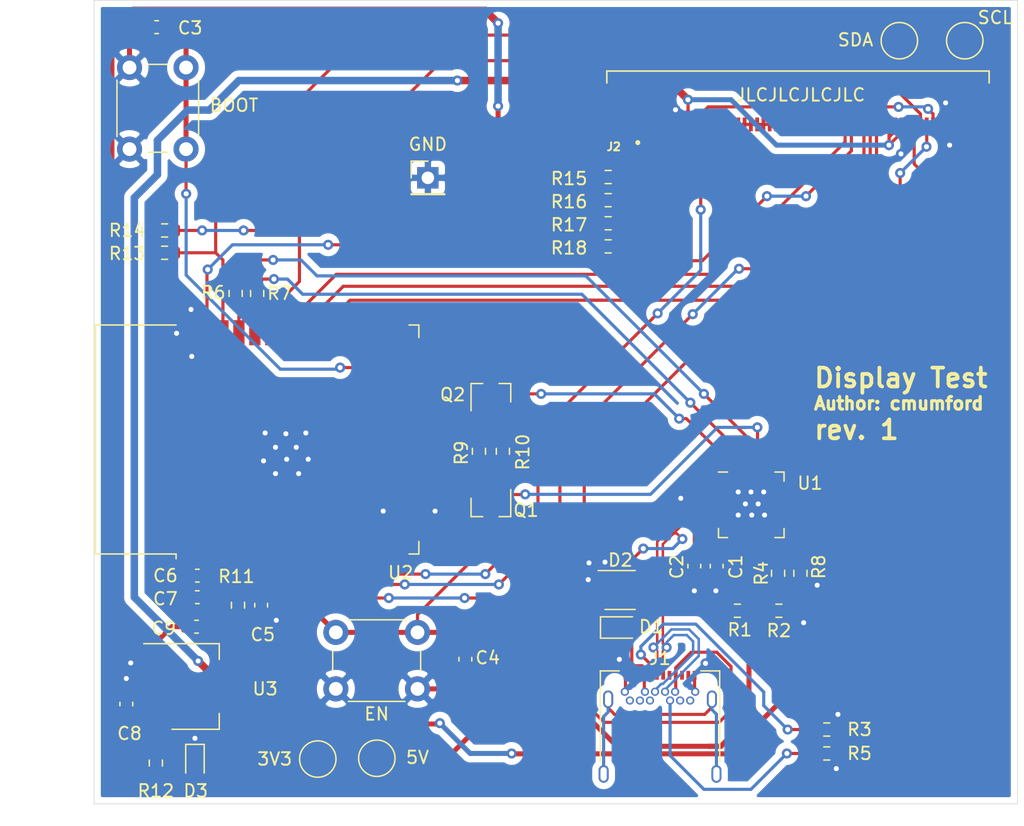
<source format=kicad_pcb>
(kicad_pcb (version 20171130) (host pcbnew "(5.1.10)-1")
  (layers (0 F.Cu signal) (31 B.Cu mixed) (34 B.Paste user) (35 F.Paste user) (36 B.SilkS user) (37 F.SilkS user) (38 B.Mask user) (39 F.Mask user) (44 Edge.Cuts user))
  (net 0 "")
  (net 1 GND)
  (net 2 +3V3)
  (net 3 "Net-(U1-Pad13)")
  (net 4 "Net-(U1-Pad14)")
  (net 5 "Net-(U1-Pad16)")
  (net 6 "Net-(U1-Pad17)")
  (net 7 "Net-(U1-Pad18)")
  (net 8 "Net-(U1-Pad19)")
  (net 9 "Net-(U1-Pad20)")
  (net 10 "Net-(U1-Pad21)")
  (net 11 "Net-(U1-Pad22)")
  (net 12 "Net-(U1-Pad23)")
  (net 13 "Net-(U1-Pad27)")
  (net 14 IO0)
  (net 15 VBUS)
  (net 16 EN)
  (net 17 "Net-(D1-Pad2)")
  (net 18 D+)
  (net 19 D-)
  (net 20 "Net-(D3-Pad2)")
  (net 21 "Net-(Q1-Pad2)")
  (net 22 RTS)
  (net 23 DTR)
  (net 24 "Net-(Q2-Pad2)")
  (net 25 TXD)
  (net 26 RXD)
  (net 27 "Net-(U2-Pad13)")
  (net 28 "Net-(U2-Pad14)")
  (net 29 "Net-(U2-Pad16)")
  (net 30 "Net-(U2-Pad17)")
  (net 31 "Net-(U2-Pad18)")
  (net 32 "Net-(U2-Pad19)")
  (net 33 "Net-(U2-Pad20)")
  (net 34 "Net-(U2-Pad21)")
  (net 35 "Net-(U2-Pad22)")
  (net 36 "Net-(U2-Pad23)")
  (net 37 "Net-(U2-Pad27)")
  (net 38 "Net-(J2-Pad10)")
  (net 39 "Net-(J2-Pad46)")
  (net 40 "Net-(J2-Pad45)")
  (net 41 "Net-(J2-Pad44)")
  (net 42 "Net-(J2-Pad39)")
  (net 43 "Net-(J2-Pad38)")
  (net 44 "Net-(J2-Pad37)")
  (net 45 "Net-(J2-Pad36)")
  (net 46 "Net-(J2-Pad35)")
  (net 47 "Net-(J2-Pad34)")
  (net 48 "Net-(J2-Pad33)")
  (net 49 "Net-(J2-Pad15)")
  (net 50 "Net-(J2-Pad14)")
  (net 51 "Net-(J2-Pad13)")
  (net 52 "Net-(J2-Pad12)")
  (net 53 "Net-(J2-Pad11)")
  (net 54 "Net-(J2-PadS2)")
  (net 55 "Net-(J2-PadS1)")
  (net 56 "Net-(J2-Pad5)")
  (net 57 "Net-(J2-Pad4)")
  (net 58 "Net-(J2-Pad3)")
  (net 59 "Net-(J2-Pad2)")
  (net 60 "Net-(R1-Pad2)")
  (net 61 "Net-(J1-PadA5)")
  (net 62 "Net-(R4-Pad2)")
  (net 63 "Net-(R6-Pad2)")
  (net 64 "Net-(R7-Pad2)")
  (net 65 "Net-(R8-Pad1)")
  (net 66 "Net-(U1-Pad1)")
  (net 67 "Net-(U1-Pad2)")
  (net 68 "Net-(U1-Pad10)")
  (net 69 "Net-(U1-Pad12)")
  (net 70 "Net-(U1-Pad15)")
  (net 71 "Net-(U2-Pad4)")
  (net 72 "Net-(U2-Pad5)")
  (net 73 "Net-(U2-Pad6)")
  (net 74 "Net-(U2-Pad7)")
  (net 75 "Net-(U2-Pad8)")
  (net 76 "Net-(U2-Pad9)")
  (net 77 "Net-(U2-Pad24)")
  (net 78 "Net-(U2-Pad26)")
  (net 79 "Net-(U2-Pad28)")
  (net 80 "Net-(U2-Pad32)")
  (net 81 "Net-(J1-PadS1)")
  (net 82 "Net-(J1-PadA2)")
  (net 83 "Net-(J1-PadA3)")
  (net 84 "Net-(J1-PadA10)")
  (net 85 "Net-(J1-PadA8)")
  (net 86 "Net-(J1-PadA11)")
  (net 87 "Net-(J1-PadB2)")
  (net 88 "Net-(J1-PadB3)")
  (net 89 "Net-(J1-PadB8)")
  (net 90 "Net-(J1-PadB10)")
  (net 91 "Net-(J1-PadB11)")
  (net 92 "Net-(J1-PadB5)")
  (module RF_Module:ESP32-WROOM-32 (layer F.Cu) (at 144.469001 112.978999 90)
    (fp_text reference U2 (at -10.61 8.43) (layer F.SilkS))
    (fp_text value "1965-ESP32-WROOM-32E(8MB)CT-ND")
    (pad 39 smd rect (at -1 -0.755 90) (size 5 5) (layers F.Cu F.Paste F.Mask) (net 1 GND))
    (pad 1 smd rect (at -8.5 -8.255 90) (size 2 0.9) (layers F.Cu F.Paste F.Mask) (net 1 GND))
    (pad 2 smd rect (at -8.5 -6.985 90) (size 2 0.9) (layers F.Cu F.Paste F.Mask) (net 2 +3V3))
    (pad 3 smd rect (at -8.5 -5.715 90) (size 2 0.9) (layers F.Cu F.Paste F.Mask) (net 16 EN))
    (pad 4 smd rect (at -8.5 -4.445 90) (size 2 0.9) (layers F.Cu F.Paste F.Mask) (net 71 "Net-(U2-Pad4)"))
    (pad 5 smd rect (at -8.5 -3.175 90) (size 2 0.9) (layers F.Cu F.Paste F.Mask) (net 72 "Net-(U2-Pad5)"))
    (pad 6 smd rect (at -8.5 -1.905 90) (size 2 0.9) (layers F.Cu F.Paste F.Mask) (net 73 "Net-(U2-Pad6)"))
    (pad 7 smd rect (at -8.5 -0.635 90) (size 2 0.9) (layers F.Cu F.Paste F.Mask) (net 74 "Net-(U2-Pad7)"))
    (pad 8 smd rect (at -8.5 0.635 90) (size 2 0.9) (layers F.Cu F.Paste F.Mask) (net 75 "Net-(U2-Pad8)"))
    (pad 9 smd rect (at -8.5 1.905 90) (size 2 0.9) (layers F.Cu F.Paste F.Mask) (net 76 "Net-(U2-Pad9)"))
    (pad 10 smd rect (at -8.5 3.175 90) (size 2 0.9) (layers F.Cu F.Paste F.Mask) (net 39 "Net-(J2-Pad46)"))
    (pad 11 smd rect (at -8.5 4.445 90) (size 2 0.9) (layers F.Cu F.Paste F.Mask) (net 45 "Net-(J2-Pad36)"))
    (pad 12 smd rect (at -8.5 5.715 90) (size 2 0.9) (layers F.Cu F.Paste F.Mask) (net 38 "Net-(J2-Pad10)"))
    (pad 13 smd rect (at -8.5 6.985 90) (size 2 0.9) (layers F.Cu F.Paste F.Mask) (net 27 "Net-(U2-Pad13)"))
    (pad 14 smd rect (at -8.5 8.255 90) (size 2 0.9) (layers F.Cu F.Paste F.Mask) (net 28 "Net-(U2-Pad14)"))
    (pad 15 smd rect (at -5.715 9.255 180) (size 2 0.9) (layers F.Cu F.Paste F.Mask) (net 1 GND))
    (pad 16 smd rect (at -4.445 9.255 180) (size 2 0.9) (layers F.Cu F.Paste F.Mask) (net 29 "Net-(U2-Pad16)"))
    (pad 17 smd rect (at -3.175 9.255 180) (size 2 0.9) (layers F.Cu F.Paste F.Mask) (net 30 "Net-(U2-Pad17)"))
    (pad 18 smd rect (at -1.905 9.255 180) (size 2 0.9) (layers F.Cu F.Paste F.Mask) (net 31 "Net-(U2-Pad18)"))
    (pad 19 smd rect (at -0.635 9.255 180) (size 2 0.9) (layers F.Cu F.Paste F.Mask) (net 32 "Net-(U2-Pad19)"))
    (pad 20 smd rect (at 0.635 9.255 180) (size 2 0.9) (layers F.Cu F.Paste F.Mask) (net 33 "Net-(U2-Pad20)"))
    (pad 21 smd rect (at 1.905 9.255 180) (size 2 0.9) (layers F.Cu F.Paste F.Mask) (net 34 "Net-(U2-Pad21)"))
    (pad 22 smd rect (at 3.175 9.255 180) (size 2 0.9) (layers F.Cu F.Paste F.Mask) (net 35 "Net-(U2-Pad22)"))
    (pad 23 smd rect (at 4.445 9.255 180) (size 2 0.9) (layers F.Cu F.Paste F.Mask) (net 36 "Net-(U2-Pad23)"))
    (pad 24 smd rect (at 5.715 9.255 180) (size 2 0.9) (layers F.Cu F.Paste F.Mask) (net 77 "Net-(U2-Pad24)"))
    (pad 25 smd rect (at 8.5 8.255 90) (size 2 0.9) (layers F.Cu F.Paste F.Mask) (net 14 IO0))
    (pad 26 smd rect (at 8.5 6.985 90) (size 2 0.9) (layers F.Cu F.Paste F.Mask) (net 78 "Net-(U2-Pad26)"))
    (pad 27 smd rect (at 8.5 5.715 90) (size 2 0.9) (layers F.Cu F.Paste F.Mask) (net 37 "Net-(U2-Pad27)"))
    (pad 28 smd rect (at 8.5 4.445 90) (size 2 0.9) (layers F.Cu F.Paste F.Mask) (net 79 "Net-(U2-Pad28)"))
    (pad 29 smd rect (at 8.5 3.175 90) (size 2 0.9) (layers F.Cu F.Paste F.Mask) (net 43 "Net-(J2-Pad38)"))
    (pad 30 smd rect (at 8.5 1.905 90) (size 2 0.9) (layers F.Cu F.Paste F.Mask) (net 44 "Net-(J2-Pad37)"))
    (pad 31 smd rect (at 8.5 0.635 90) (size 2 0.9) (layers F.Cu F.Paste F.Mask) (net 48 "Net-(J2-Pad33)"))
    (pad 32 smd rect (at 8.5 -0.635 90) (size 2 0.9) (layers F.Cu F.Paste F.Mask) (net 80 "Net-(U2-Pad32)"))
    (pad 33 smd rect (at 8.5 -1.905 90) (size 2 0.9) (layers F.Cu F.Paste F.Mask) (net 40 "Net-(J2-Pad45)"))
    (pad 34 smd rect (at 8.5 -3.175 90) (size 2 0.9) (layers F.Cu F.Paste F.Mask) (net 26 RXD))
    (pad 35 smd rect (at 8.5 -4.445 90) (size 2 0.9) (layers F.Cu F.Paste F.Mask) (net 25 TXD))
    (pad 36 smd rect (at 8.5 -5.715 90) (size 2 0.9) (layers F.Cu F.Paste F.Mask) (net 41 "Net-(J2-Pad44)"))
    (pad 37 smd rect (at 8.5 -6.985 90) (size 2 0.9) (layers F.Cu F.Paste F.Mask) (net 47 "Net-(J2-Pad34)"))
    (pad 38 smd rect (at 8.5 -8.255 90) (size 2 0.9) (layers F.Cu F.Paste F.Mask) (net 1 GND))
  )
  (module 62684-50110:62684-50110 (layer F.Cu) (at 183.9265 85.884 90)
    (fp_text reference J2 (at -3.778 -14.064) (layer F.SilkS) (effects (font (size 0.64 0.64))))
    (fp_text value 62684-50110)
    (pad 50 smd rect (at -2 12.85) (size 0.3 1.1) (layers F.Cu F.Paste F.Mask) (net 1 GND))
    (pad 49 smd rect (at -2 12.35) (size 0.3 1.1) (layers F.Cu F.Paste F.Mask) (net 1 GND))
    (pad 48 smd rect (at -2 11.85) (size 0.3 1.1) (layers F.Cu F.Paste F.Mask) (net 1 GND))
    (pad 47 smd rect (at -2 11.35) (size 0.3 1.1) (layers F.Cu F.Paste F.Mask) (net 38 "Net-(J2-Pad10)"))
    (pad 46 smd rect (at -2 10.85) (size 0.3 1.1) (layers F.Cu F.Paste F.Mask) (net 39 "Net-(J2-Pad46)"))
    (pad 45 smd rect (at -2 10.35) (size 0.3 1.1) (layers F.Cu F.Paste F.Mask) (net 40 "Net-(J2-Pad45)"))
    (pad 44 smd rect (at -2 9.85) (size 0.3 1.1) (layers F.Cu F.Paste F.Mask) (net 41 "Net-(J2-Pad44)"))
    (pad 43 smd rect (at -2 9.35) (size 0.3 1.1) (layers F.Cu F.Paste F.Mask) (net 1 GND))
    (pad 42 smd rect (at -2 8.85) (size 0.3 1.1) (layers F.Cu F.Paste F.Mask) (net 2 +3V3))
    (pad 41 smd rect (at -2 8.35) (size 0.3 1.1) (layers F.Cu F.Paste F.Mask) (net 2 +3V3))
    (pad 40 smd rect (at -2 7.85) (size 0.3 1.1) (layers F.Cu F.Paste F.Mask) (net 2 +3V3))
    (pad 39 smd rect (at -2 7.35) (size 0.3 1.1) (layers F.Cu F.Paste F.Mask) (net 42 "Net-(J2-Pad39)"))
    (pad 38 smd rect (at -2 6.85) (size 0.3 1.1) (layers F.Cu F.Paste F.Mask) (net 43 "Net-(J2-Pad38)"))
    (pad 37 smd rect (at -2 6.35) (size 0.3 1.1) (layers F.Cu F.Paste F.Mask) (net 44 "Net-(J2-Pad37)"))
    (pad 36 smd rect (at -2 5.85) (size 0.3 1.1) (layers F.Cu F.Paste F.Mask) (net 45 "Net-(J2-Pad36)"))
    (pad 35 smd rect (at -2 5.35) (size 0.3 1.1) (layers F.Cu F.Paste F.Mask) (net 46 "Net-(J2-Pad35)"))
    (pad 34 smd rect (at -2 4.85) (size 0.3 1.1) (layers F.Cu F.Paste F.Mask) (net 47 "Net-(J2-Pad34)"))
    (pad 33 smd rect (at -2 4.35) (size 0.3 1.1) (layers F.Cu F.Paste F.Mask) (net 48 "Net-(J2-Pad33)"))
    (pad 32 smd rect (at -2 3.85) (size 0.3 1.1) (layers F.Cu F.Paste F.Mask) (net 49 "Net-(J2-Pad15)"))
    (pad 31 smd rect (at -2 3.35) (size 0.3 1.1) (layers F.Cu F.Paste F.Mask) (net 49 "Net-(J2-Pad15)"))
    (pad 30 smd rect (at -2 2.85) (size 0.3 1.1) (layers F.Cu F.Paste F.Mask) (net 49 "Net-(J2-Pad15)"))
    (pad 29 smd rect (at -2 2.35) (size 0.3 1.1) (layers F.Cu F.Paste F.Mask) (net 49 "Net-(J2-Pad15)"))
    (pad 28 smd rect (at -2 1.85) (size 0.3 1.1) (layers F.Cu F.Paste F.Mask) (net 49 "Net-(J2-Pad15)"))
    (pad 27 smd rect (at -2 1.35) (size 0.3 1.1) (layers F.Cu F.Paste F.Mask) (net 49 "Net-(J2-Pad15)"))
    (pad 26 smd rect (at -2 0.85) (size 0.3 1.1) (layers F.Cu F.Paste F.Mask) (net 49 "Net-(J2-Pad15)"))
    (pad 25 smd rect (at -2 0.35) (size 0.3 1.1) (layers F.Cu F.Paste F.Mask) (net 49 "Net-(J2-Pad15)"))
    (pad 24 smd rect (at -2 -0.15) (size 0.3 1.1) (layers F.Cu F.Paste F.Mask) (net 49 "Net-(J2-Pad15)"))
    (pad 23 smd rect (at -2 -0.65) (size 0.3 1.1) (layers F.Cu F.Paste F.Mask) (net 49 "Net-(J2-Pad15)"))
    (pad 22 smd rect (at -2 -1.15) (size 0.3 1.1) (layers F.Cu F.Paste F.Mask) (net 49 "Net-(J2-Pad15)"))
    (pad 21 smd rect (at -2 -1.65) (size 0.3 1.1) (layers F.Cu F.Paste F.Mask) (net 49 "Net-(J2-Pad15)"))
    (pad 20 smd rect (at -2 -2.15) (size 0.3 1.1) (layers F.Cu F.Paste F.Mask) (net 49 "Net-(J2-Pad15)"))
    (pad 19 smd rect (at -2 -2.65) (size 0.3 1.1) (layers F.Cu F.Paste F.Mask) (net 49 "Net-(J2-Pad15)"))
    (pad 18 smd rect (at -2 -3.15) (size 0.3 1.1) (layers F.Cu F.Paste F.Mask) (net 49 "Net-(J2-Pad15)"))
    (pad 17 smd rect (at -2 -3.65) (size 0.3 1.1) (layers F.Cu F.Paste F.Mask) (net 49 "Net-(J2-Pad15)"))
    (pad 16 smd rect (at -2 -4.15) (size 0.3 1.1) (layers F.Cu F.Paste F.Mask) (net 49 "Net-(J2-Pad15)"))
    (pad 15 smd rect (at -2 -4.65) (size 0.3 1.1) (layers F.Cu F.Paste F.Mask) (net 49 "Net-(J2-Pad15)"))
    (pad 14 smd rect (at -2 -5.15) (size 0.3 1.1) (layers F.Cu F.Paste F.Mask) (net 50 "Net-(J2-Pad14)"))
    (pad 13 smd rect (at -2 -5.65) (size 0.3 1.1) (layers F.Cu F.Paste F.Mask) (net 51 "Net-(J2-Pad13)"))
    (pad 12 smd rect (at -2 -6.15) (size 0.3 1.1) (layers F.Cu F.Paste F.Mask) (net 52 "Net-(J2-Pad12)"))
    (pad 11 smd rect (at -2 -6.65) (size 0.3 1.1) (layers F.Cu F.Paste F.Mask) (net 53 "Net-(J2-Pad11)"))
    (pad 10 smd rect (at -2 -7.15) (size 0.3 1.1) (layers F.Cu F.Paste F.Mask) (net 38 "Net-(J2-Pad10)"))
    (pad 9 smd rect (at -2 -7.65) (size 0.3 1.1) (layers F.Cu F.Paste F.Mask) (net 2 +3V3))
    (pad 8 smd rect (at -2 -8.15) (size 0.3 1.1) (layers F.Cu F.Paste F.Mask) (net 2 +3V3))
    (pad 7 smd rect (at -2 -8.65) (size 0.3 1.1) (layers F.Cu F.Paste F.Mask) (net 2 +3V3))
    (pad S2 smd rect (at -0.6 14.52 180) (size 2.3 3.1) (layers F.Cu F.Paste F.Mask) (net 54 "Net-(J2-PadS2)"))
    (pad S1 smd rect (at -0.6 -13.32 180) (size 2.3 3.1) (layers F.Cu F.Paste F.Mask) (net 55 "Net-(J2-PadS1)"))
    (pad 6 smd rect (at -2 -9.15) (size 0.3 1.1) (layers F.Cu F.Paste F.Mask) (net 1 GND))
    (pad 5 smd rect (at -2 -9.65) (size 0.3 1.1) (layers F.Cu F.Paste F.Mask) (net 56 "Net-(J2-Pad5)"))
    (pad 4 smd rect (at -2 -10.15) (size 0.3 1.1) (layers F.Cu F.Paste F.Mask) (net 57 "Net-(J2-Pad4)"))
    (pad 3 smd rect (at -2 -10.65) (size 0.3 1.1) (layers F.Cu F.Paste F.Mask) (net 58 "Net-(J2-Pad3)"))
    (pad 2 smd rect (at -2 -11.15) (size 0.3 1.1) (layers F.Cu F.Paste F.Mask) (net 59 "Net-(J2-Pad2)"))
    (pad 1 smd rect (at -2 -11.65) (size 0.3 1.1) (layers F.Cu F.Paste F.Mask) (net 15 VBUS))
  )
  (module Capacitor_SMD:C_0603_1608Metric (layer F.Cu) (at 136.7155 123.825 180)
    (fp_text reference C6 (at 2.54 0) (layer F.SilkS))
    (fp_text value 22μF)
    (pad 2 smd roundrect (at 0.775 0 180) (size 0.9 0.95) (layers F.Cu F.Paste F.Mask) (net 1 GND))
    (pad 1 smd roundrect (at -0.775 0 180) (size 0.9 0.95) (layers F.Cu F.Paste F.Mask) (net 2 +3V3))
  )
  (module Capacitor_SMD:C_0603_1608Metric (layer F.Cu) (at 136.7155 125.5395 180)
    (fp_text reference C7 (at 2.54 -0.127) (layer F.SilkS))
    (fp_text value 0.1μF)
    (pad 1 smd roundrect (at -0.775 0 180) (size 0.9 0.95) (layers F.Cu F.Paste F.Mask) (net 2 +3V3))
    (pad 2 smd roundrect (at 0.775 0 180) (size 0.9 0.95) (layers F.Cu F.Paste F.Mask) (net 1 GND))
  )
  (module Capacitor_SMD:C_0603_1608Metric (layer F.Cu) (at 133.477 80.137)
    (fp_text reference C3 (at 2.667 0.0635) (layer F.SilkS))
    (fp_text value 0.1μF)
    (pad 1 smd roundrect (at -0.775 0) (size 0.9 0.95) (layers F.Cu F.Paste F.Mask) (net 1 GND))
    (pad 2 smd roundrect (at 0.775 0) (size 0.9 0.95) (layers F.Cu F.Paste F.Mask) (net 14 IO0))
  )
  (module Capacitor_SMD:C_0603_1608Metric (layer F.Cu) (at 136.652 127.889 180)
    (fp_text reference C9 (at 2.6035 -0.127) (layer F.SilkS))
    (fp_text value 22μF)
    (pad 1 smd roundrect (at -0.775 0 180) (size 0.9 0.95) (layers F.Cu F.Paste F.Mask) (net 2 +3V3))
    (pad 2 smd roundrect (at 0.775 0 180) (size 0.9 0.95) (layers F.Cu F.Paste F.Mask) (net 1 GND))
  )
  (module Capacitor_SMD:C_0603_1608Metric (layer F.Cu) (at 178.054 123.063 270)
    (fp_text reference C1 (at 0.0635 -1.524 270) (layer F.SilkS))
    (fp_text value 4.7μF/6.3V)
    (pad 2 smd roundrect (at 0.775 0 270) (size 0.9 0.95) (layers F.Cu F.Paste F.Mask) (net 1 GND))
    (pad 1 smd roundrect (at -0.775 0 270) (size 0.9 0.95) (layers F.Cu F.Paste F.Mask) (net 15 VBUS))
  )
  (module Capacitor_SMD:C_0603_1608Metric (layer F.Cu) (at 176.276 123.063 270)
    (fp_text reference C2 (at 0.0635 1.397 270) (layer F.SilkS))
    (fp_text value 0.1μF/50V)
    (pad 1 smd roundrect (at -0.775 0 270) (size 0.9 0.95) (layers F.Cu F.Paste F.Mask) (net 15 VBUS))
    (pad 2 smd roundrect (at 0.775 0 270) (size 0.9 0.95) (layers F.Cu F.Paste F.Mask) (net 1 GND))
  )
  (module Capacitor_SMD:C_0603_1608Metric (layer F.Cu) (at 158.0515 130.4795 90)
    (fp_text reference C4 (at 0.114 1.778 180) (layer F.SilkS))
    (fp_text value 0.1μF)
    (pad 2 smd roundrect (at 0.775 0 90) (size 0.9 0.95) (layers F.Cu F.Paste F.Mask) (net 16 EN))
    (pad 1 smd roundrect (at -0.775 0 90) (size 0.9 0.95) (layers F.Cu F.Paste F.Mask) (net 1 GND))
  )
  (module Capacitor_SMD:C_0603_1608Metric (layer F.Cu) (at 141.7955 126.1745 270)
    (fp_text reference C5 (at 2.3495 -0.127 180) (layer F.SilkS))
    (fp_text value 0.1μF)
    (pad 1 smd roundrect (at -0.775 0 270) (size 0.9 0.95) (layers F.Cu F.Paste F.Mask) (net 16 EN))
    (pad 2 smd roundrect (at 0.775 0 270) (size 0.9 0.95) (layers F.Cu F.Paste F.Mask) (net 1 GND))
  )
  (module Capacitor_SMD:C_0603_1608Metric (layer F.Cu) (at 131.064 134.0485 90)
    (fp_text reference C8 (at -2.3495 0.254 180) (layer F.SilkS))
    (fp_text value 22μF)
    (pad 2 smd roundrect (at 0.775 0 90) (size 0.9 0.95) (layers F.Cu F.Paste F.Mask) (net 1 GND))
    (pad 1 smd roundrect (at -0.775 0 90) (size 0.9 0.95) (layers F.Cu F.Paste F.Mask) (net 15 VBUS))
  )
  (module Package_TO_SOT_SMD:SOT-143 (layer F.Cu) (at 170.3705 124.968)
    (fp_text reference D2 (at 0.02 -2.38) (layer F.SilkS))
    (fp_text value SP0503BAHT)
    (pad 1 smd rect (at -1.1 -0.77 270) (size 1.2 1.4) (layers F.Cu F.Paste F.Mask) (net 1 GND))
    (pad 2 smd rect (at -1.1 0.95 270) (size 1 1.4) (layers F.Cu F.Paste F.Mask) (net 15 VBUS))
    (pad 3 smd rect (at 1.1 0.95 270) (size 1 1.4) (layers F.Cu F.Paste F.Mask) (net 18 D+))
    (pad 4 smd rect (at 1.1 -0.95 270) (size 1 1.4) (layers F.Cu F.Paste F.Mask) (net 19 D-))
  )
  (module Diode_SMD:D_SOD-323 (layer F.Cu) (at 170.307 127.9525)
    (fp_text reference D1 (at 2.54 -0.0635) (layer F.SilkS))
    (fp_text value BAT760-7)
    (pad 1 smd rect (at -1.05 0) (size 0.6 0.45) (layers F.Cu F.Paste F.Mask) (net 15 VBUS))
    (pad 2 smd rect (at 1.05 0) (size 0.6 0.45) (layers F.Cu F.Paste F.Mask) (net 17 "Net-(D1-Pad2)"))
  )
  (module Resistor_SMD:R_0603_1608Metric (layer F.Cu) (at 134.112 98.1075)
    (fp_text reference R13 (at -2.9845 0.0635) (layer F.SilkS))
    (fp_text value 2K2Ω)
    (pad 1 smd roundrect (at -0.825 0) (size 0.8 0.95) (layers F.Cu F.Paste F.Mask) (net 2 +3V3))
    (pad 2 smd roundrect (at 0.825 0) (size 0.8 0.95) (layers F.Cu F.Paste F.Mask) (net 41 "Net-(J2-Pad44)"))
  )
  (module Resistor_SMD:R_0603_1608Metric (layer F.Cu) (at 134.112 96.3295)
    (fp_text reference R14 (at -2.9845 0) (layer F.SilkS))
    (fp_text value 2K2Ω)
    (pad 2 smd roundrect (at 0.825 0) (size 0.8 0.95) (layers F.Cu F.Paste F.Mask) (net 40 "Net-(J2-Pad45)"))
    (pad 1 smd roundrect (at -0.825 0) (size 0.8 0.95) (layers F.Cu F.Paste F.Mask) (net 2 +3V3))
  )
  (module Resistor_SMD:R_0603_1608Metric (layer F.Cu) (at 169.418 92.075 180)
    (fp_text reference R15 (at 3.1115 -0.127) (layer F.SilkS))
    (fp_text value 68Ω)
    (pad 2 smd roundrect (at 0.825 0 180) (size 0.8 0.95) (layers F.Cu F.Paste F.Mask) (net 15 VBUS))
    (pad 1 smd roundrect (at -0.825 0 180) (size 0.8 0.95) (layers F.Cu F.Paste F.Mask) (net 59 "Net-(J2-Pad2)"))
  )
  (module Resistor_SMD:R_0603_1608Metric (layer F.Cu) (at 169.418 93.9165 180)
    (fp_text reference R16 (at 3.1115 -0.127) (layer F.SilkS))
    (fp_text value 68Ω)
    (pad 1 smd roundrect (at -0.825 0 180) (size 0.8 0.95) (layers F.Cu F.Paste F.Mask) (net 58 "Net-(J2-Pad3)"))
    (pad 2 smd roundrect (at 0.825 0 180) (size 0.8 0.95) (layers F.Cu F.Paste F.Mask) (net 15 VBUS))
  )
  (module Resistor_SMD:R_0603_1608Metric (layer F.Cu) (at 169.418 95.758 180)
    (fp_text reference R17 (at 3.1115 -0.127) (layer F.SilkS))
    (fp_text value 68Ω)
    (pad 2 smd roundrect (at 0.825 0 180) (size 0.8 0.95) (layers F.Cu F.Paste F.Mask) (net 15 VBUS))
    (pad 1 smd roundrect (at -0.825 0 180) (size 0.8 0.95) (layers F.Cu F.Paste F.Mask) (net 57 "Net-(J2-Pad4)"))
  )
  (module Resistor_SMD:R_0603_1608Metric (layer F.Cu) (at 169.418 97.5995 180)
    (fp_text reference R18 (at 3.1115 -0.127) (layer F.SilkS))
    (fp_text value 68Ω)
    (pad 1 smd roundrect (at -0.825 0 180) (size 0.8 0.95) (layers F.Cu F.Paste F.Mask) (net 56 "Net-(J2-Pad5)"))
    (pad 2 smd roundrect (at 0.825 0 180) (size 0.8 0.95) (layers F.Cu F.Paste F.Mask) (net 15 VBUS))
  )
  (module Resistor_SMD:R_0603_1608Metric (layer F.Cu) (at 179.705 126.619)
    (fp_text reference R1 (at 0.1905 1.524) (layer F.SilkS))
    (fp_text value 22.1KΩ)
    (pad 2 smd roundrect (at 0.825 0) (size 0.8 0.95) (layers F.Cu F.Paste F.Mask) (net 60 "Net-(R1-Pad2)"))
    (pad 1 smd roundrect (at -0.825 0) (size 0.8 0.95) (layers F.Cu F.Paste F.Mask) (net 15 VBUS))
  )
  (module Resistor_SMD:R_0603_1608Metric (layer F.Cu) (at 133.4135 138.7475 270)
    (fp_text reference R12 (at 2.2225 0 180) (layer F.SilkS))
    (fp_text value "2K (5%)")
    (pad 2 smd roundrect (at 0.825 0 270) (size 0.8 0.95) (layers F.Cu F.Paste F.Mask) (net 20 "Net-(D3-Pad2)"))
    (pad 1 smd roundrect (at -0.825 0 270) (size 0.8 0.95) (layers F.Cu F.Paste F.Mask) (net 15 VBUS))
  )
  (module Resistor_SMD:R_0603_1608Metric (layer F.Cu) (at 184.7215 123.634 270)
    (fp_text reference R8 (at -0.5075 -1.4605 90) (layer F.SilkS))
    (fp_text value 10KΩ)
    (pad 1 smd roundrect (at -0.825 0 270) (size 0.8 0.95) (layers F.Cu F.Paste F.Mask) (net 65 "Net-(R8-Pad1)"))
    (pad 2 smd roundrect (at 0.825 0 270) (size 0.8 0.95) (layers F.Cu F.Paste F.Mask) (net 1 GND))
  )
  (module Resistor_SMD:R_0603_1608Metric (layer F.Cu) (at 183.007 126.619)
    (fp_text reference R2 (at 0 1.5875 -180) (layer F.SilkS))
    (fp_text value 47.5KΩ)
    (pad 1 smd roundrect (at -0.825 0) (size 0.8 0.95) (layers F.Cu F.Paste F.Mask) (net 60 "Net-(R1-Pad2)"))
    (pad 2 smd roundrect (at 0.825 0) (size 0.8 0.95) (layers F.Cu F.Paste F.Mask) (net 1 GND))
  )
  (module Resistor_SMD:R_0603_1608Metric (layer F.Cu) (at 182.9435 123.6345 90)
    (fp_text reference R4 (at 0 -1.3335 270) (layer F.SilkS))
    (fp_text value 2KΩ)
    (pad 1 smd roundrect (at -0.825 0 90) (size 0.8 0.95) (layers F.Cu F.Paste F.Mask) (net 2 +3V3))
    (pad 2 smd roundrect (at 0.825 0 90) (size 0.8 0.95) (layers F.Cu F.Paste F.Mask) (net 62 "Net-(R4-Pad2)"))
  )
  (module Resistor_SMD:R_0603_1608Metric (layer F.Cu) (at 139.7635 101.346 90)
    (fp_text reference R6 (at 0.0635 -1.778 180) (layer F.SilkS))
    (fp_text value 0Ω)
    (pad 2 smd roundrect (at 0.825 0 90) (size 0.8 0.95) (layers F.Cu F.Paste F.Mask) (net 63 "Net-(R6-Pad2)"))
    (pad 1 smd roundrect (at -0.825 0 90) (size 0.8 0.95) (layers F.Cu F.Paste F.Mask) (net 25 TXD))
  )
  (module Resistor_SMD:R_0603_1608Metric (layer F.Cu) (at 141.478 101.346 90)
    (fp_text reference R7 (at 0 1.778 180) (layer F.SilkS))
    (fp_text value 0Ω)
    (pad 2 smd roundrect (at 0.825 0 90) (size 0.8 0.95) (layers F.Cu F.Paste F.Mask) (net 64 "Net-(R7-Pad2)"))
    (pad 1 smd roundrect (at -0.825 0 90) (size 0.8 0.95) (layers F.Cu F.Paste F.Mask) (net 26 RXD))
  )
  (module Resistor_SMD:R_0603_1608Metric (layer F.Cu) (at 159.131 113.919 90)
    (fp_text reference R9 (at -0.127 -1.397 270) (layer F.SilkS))
    (fp_text value 10K)
    (pad 1 smd roundrect (at -0.825 0 90) (size 0.8 0.95) (layers F.Cu F.Paste F.Mask) (net 21 "Net-(Q1-Pad2)"))
    (pad 2 smd roundrect (at 0.825 0 90) (size 0.8 0.95) (layers F.Cu F.Paste F.Mask) (net 23 DTR))
  )
  (module Resistor_SMD:R_0603_1608Metric (layer F.Cu) (at 161.036 113.919 270)
    (fp_text reference R10 (at 0.0635 -1.5875 270) (layer F.SilkS))
    (fp_text value 10K)
    (pad 2 smd roundrect (at 0.825 0 270) (size 0.8 0.95) (layers F.Cu F.Paste F.Mask) (net 22 RTS))
    (pad 1 smd roundrect (at -0.825 0 270) (size 0.8 0.95) (layers F.Cu F.Paste F.Mask) (net 24 "Net-(Q2-Pad2)"))
  )
  (module Resistor_SMD:R_0603_1608Metric (layer F.Cu) (at 139.954 126.1745 90)
    (fp_text reference R11 (at 2.286 -0.127 180) (layer F.SilkS))
    (fp_text value 10KΩ)
    (pad 1 smd roundrect (at -0.825 0 90) (size 0.8 0.95) (layers F.Cu F.Paste F.Mask) (net 2 +3V3))
    (pad 2 smd roundrect (at 0.825 0 90) (size 0.8 0.95) (layers F.Cu F.Paste F.Mask) (net 16 EN))
  )
  (module Resistor_SMD:R_0603_1608Metric (layer F.Cu) (at 186.817 136.0805)
    (fp_text reference R3 (at 2.6035 0) (layer F.SilkS))
    (fp_text value 5K1Ω)
    (pad 1 smd roundrect (at -0.825 0) (size 0.8 0.95) (layers F.Cu F.Paste F.Mask) (net 61 "Net-(J1-PadA5)"))
    (pad 2 smd roundrect (at 0.825 0) (size 0.8 0.95) (layers F.Cu F.Paste F.Mask) (net 1 GND))
  )
  (module Resistor_SMD:R_0603_1608Metric (layer F.Cu) (at 186.817 137.9855)
    (fp_text reference R5 (at 2.6035 0) (layer F.SilkS))
    (fp_text value 5K1Ω)
    (pad 2 smd roundrect (at 0.825 0) (size 0.8 0.95) (layers F.Cu F.Paste F.Mask) (net 1 GND))
    (pad 1 smd roundrect (at -0.825 0) (size 0.8 0.95) (layers F.Cu F.Paste F.Mask) (net 92 "Net-(J1-PadB5)"))
  )
  (module Package_DFN_QFN:QFN-28-1EP_5x5mm_P0.5mm_EP3.35x3.35mm (layer F.Cu) (at 180.807001 118.182001)
    (fp_text reference U1 (at 4.676499 -1.723001) (layer F.SilkS))
    (fp_text value CP2102N-A01-GQFN28)
    (pad 1 smd roundrect (at -2.45 -1.5) (size 0.8 0.25) (layers F.Cu F.Paste F.Mask) (net 66 "Net-(U1-Pad1)"))
    (pad 2 smd roundrect (at -2.45 -1) (size 0.8 0.25) (layers F.Cu F.Paste F.Mask) (net 67 "Net-(U1-Pad2)"))
    (pad 3 smd roundrect (at -2.45 -0.5) (size 0.8 0.25) (layers F.Cu F.Paste F.Mask) (net 1 GND))
    (pad 4 smd roundrect (at -2.45 0) (size 0.8 0.25) (layers F.Cu F.Paste F.Mask) (net 18 D+))
    (pad 5 smd roundrect (at -2.45 0.5) (size 0.8 0.25) (layers F.Cu F.Paste F.Mask) (net 19 D-))
    (pad 6 smd roundrect (at -2.45 1) (size 0.8 0.25) (layers F.Cu F.Paste F.Mask) (net 15 VBUS))
    (pad 7 smd roundrect (at -2.45 1.5) (size 0.8 0.25) (layers F.Cu F.Paste F.Mask) (net 15 VBUS))
    (pad 8 smd roundrect (at -1.5 2.45) (size 0.25 0.8) (layers F.Cu F.Paste F.Mask) (net 60 "Net-(R1-Pad2)"))
    (pad 9 smd roundrect (at -1 2.45) (size 0.25 0.8) (layers F.Cu F.Paste F.Mask) (net 62 "Net-(R4-Pad2)"))
    (pad 10 smd roundrect (at -0.5 2.45) (size 0.25 0.8) (layers F.Cu F.Paste F.Mask) (net 68 "Net-(U1-Pad10)"))
    (pad 11 smd roundrect (at 0 2.45) (size 0.25 0.8) (layers F.Cu F.Paste F.Mask) (net 65 "Net-(R8-Pad1)"))
    (pad 12 smd roundrect (at 0.5 2.45) (size 0.25 0.8) (layers F.Cu F.Paste F.Mask) (net 69 "Net-(U1-Pad12)"))
    (pad 13 smd roundrect (at 1 2.45) (size 0.25 0.8) (layers F.Cu F.Paste F.Mask) (net 3 "Net-(U1-Pad13)"))
    (pad 14 smd roundrect (at 1.5 2.45) (size 0.25 0.8) (layers F.Cu F.Paste F.Mask) (net 4 "Net-(U1-Pad14)"))
    (pad 15 smd roundrect (at 2.45 1.5) (size 0.8 0.25) (layers F.Cu F.Paste F.Mask) (net 70 "Net-(U1-Pad15)"))
    (pad 16 smd roundrect (at 2.45 1) (size 0.8 0.25) (layers F.Cu F.Paste F.Mask) (net 5 "Net-(U1-Pad16)"))
    (pad 17 smd roundrect (at 2.45 0.5) (size 0.8 0.25) (layers F.Cu F.Paste F.Mask) (net 6 "Net-(U1-Pad17)"))
    (pad 18 smd roundrect (at 2.45 0) (size 0.8 0.25) (layers F.Cu F.Paste F.Mask) (net 7 "Net-(U1-Pad18)"))
    (pad 19 smd roundrect (at 2.45 -0.5) (size 0.8 0.25) (layers F.Cu F.Paste F.Mask) (net 8 "Net-(U1-Pad19)"))
    (pad 20 smd roundrect (at 2.45 -1) (size 0.8 0.25) (layers F.Cu F.Paste F.Mask) (net 9 "Net-(U1-Pad20)"))
    (pad 21 smd roundrect (at 2.45 -1.5) (size 0.8 0.25) (layers F.Cu F.Paste F.Mask) (net 10 "Net-(U1-Pad21)"))
    (pad 22 smd roundrect (at 1.5 -2.45) (size 0.25 0.8) (layers F.Cu F.Paste F.Mask) (net 11 "Net-(U1-Pad22)"))
    (pad 23 smd roundrect (at 1 -2.45) (size 0.25 0.8) (layers F.Cu F.Paste F.Mask) (net 12 "Net-(U1-Pad23)"))
    (pad 24 smd roundrect (at 0.5 -2.45) (size 0.25 0.8) (layers F.Cu F.Paste F.Mask) (net 22 RTS))
    (pad 25 smd roundrect (at 0 -2.45) (size 0.25 0.8) (layers F.Cu F.Paste F.Mask) (net 63 "Net-(R6-Pad2)"))
    (pad 26 smd roundrect (at -0.5 -2.45) (size 0.25 0.8) (layers F.Cu F.Paste F.Mask) (net 64 "Net-(R7-Pad2)"))
    (pad 27 smd roundrect (at -1 -2.45) (size 0.25 0.8) (layers F.Cu F.Paste F.Mask) (net 13 "Net-(U1-Pad27)"))
    (pad 28 smd roundrect (at -1.5 -2.45) (size 0.25 0.8) (layers F.Cu F.Paste F.Mask) (net 23 DTR))
    (pad 29 smd rect (at 0 0) (size 3.35 3.35) (layers F.Cu F.Mask) (net 1 GND))
  )
  (module Package_TO_SOT_SMD:SOT-223-3_TabPin2 (layer F.Cu) (at 136.55 132.6515)
    (fp_text reference U3 (at 5.563 0.1905) (layer F.SilkS))
    (fp_text value AMS1117-3.3)
    (pad 2 smd rect (at 3.15 0) (size 2 3.8) (layers F.Cu F.Paste F.Mask) (net 2 +3V3))
    (pad 2 smd rect (at -3.15 0) (size 2 1.5) (layers F.Cu F.Paste F.Mask) (net 2 +3V3))
    (pad 3 smd rect (at -3.15 2.3) (size 2 1.5) (layers F.Cu F.Paste F.Mask) (net 15 VBUS))
    (pad 1 smd rect (at -3.15 -2.3) (size 2 1.5) (layers F.Cu F.Paste F.Mask) (net 1 GND))
  )
  (module LED_SMD:LED_0603_1608Metric (layer F.Cu) (at 136.525 138.7475 270)
    (fp_text reference D3 (at 2.2225 -0.0635 180) (layer F.SilkS))
    (fp_text value "LED (red)")
    (pad 1 smd roundrect (at -0.7875 0 270) (size 0.875 0.95) (layers F.Cu F.Paste F.Mask) (net 1 GND))
    (pad 2 smd roundrect (at 0.7875 0 270) (size 0.875 0.95) (layers F.Cu F.Paste F.Mask) (net 20 "Net-(D3-Pad2)"))
  )
  (module Connector_USB:USB_C_Receptacle_Amphenol_12401548E4-2A (layer F.Cu) (at 173.5455 136.779)
    (fp_text reference J1 (at 0 -6.36) (layer F.SilkS))
    (fp_text value USB_C_Receptacle)
    (pad S1 thru_hole oval (at -4.13 -3.11) (size 0.8 1.4) (drill oval 0.5 1.1) (layers *.Cu *.Mask) (net 81 "Net-(J1-PadS1)"))
    (pad A1 smd rect (at -2.75 -5.02) (size 0.3 0.7) (layers F.Cu F.Paste F.Mask) (net 1 GND))
    (pad A2 smd rect (at -2.25 -5.02) (size 0.3 0.7) (layers F.Cu F.Paste F.Mask) (net 82 "Net-(J1-PadA2)"))
    (pad A3 smd rect (at -1.75 -5.02) (size 0.3 0.7) (layers F.Cu F.Paste F.Mask) (net 83 "Net-(J1-PadA3)"))
    (pad A4 smd rect (at -1.25 -5.02) (size 0.3 0.7) (layers F.Cu F.Paste F.Mask) (net 17 "Net-(D1-Pad2)"))
    (pad A5 smd rect (at -0.75 -5.02) (size 0.3 0.7) (layers F.Cu F.Paste F.Mask) (net 61 "Net-(J1-PadA5)"))
    (pad A6 smd rect (at -0.25 -5.02) (size 0.3 0.7) (layers F.Cu F.Paste F.Mask) (net 18 D+))
    (pad A7 smd rect (at 0.25 -5.02) (size 0.3 0.7) (layers F.Cu F.Paste F.Mask) (net 19 D-))
    (pad A12 smd rect (at 2.75 -5.02) (size 0.3 0.7) (layers F.Cu F.Paste F.Mask) (net 1 GND))
    (pad A10 smd rect (at 1.75 -5.02) (size 0.3 0.7) (layers F.Cu F.Paste F.Mask) (net 84 "Net-(J1-PadA10)"))
    (pad A9 smd rect (at 1.25 -5.02) (size 0.3 0.7) (layers F.Cu F.Paste F.Mask) (net 17 "Net-(D1-Pad2)"))
    (pad A8 smd rect (at 0.75 -5.02) (size 0.3 0.7) (layers F.Cu F.Paste F.Mask) (net 85 "Net-(J1-PadA8)"))
    (pad A11 smd rect (at 2.25 -5.02) (size 0.3 0.7) (layers F.Cu F.Paste F.Mask) (net 86 "Net-(J1-PadA11)"))
    (pad S1 thru_hole oval (at 4.13 -3.11) (size 0.8 1.4) (drill oval 0.5 1.1) (layers *.Cu *.Mask) (net 81 "Net-(J1-PadS1)"))
    (pad S1 thru_hole oval (at 4.49 2.84) (size 0.8 1.4) (drill oval 0.5 1.1) (layers *.Cu *.Mask) (net 81 "Net-(J1-PadS1)"))
    (pad S1 thru_hole oval (at -4.49 2.84) (size 0.8 1.4) (drill oval 0.5 1.1) (layers *.Cu *.Mask) (net 81 "Net-(J1-PadS1)"))
    (pad "" np_thru_hole oval (at 3.6 -4.36) (size 0.95 0.65) (drill oval 0.95 0.65) (layers *.Cu *.Mask))
    (pad "" np_thru_hole circle (at -3.6 -4.36) (size 0.65 0.65) (drill 0.65) (layers *.Cu *.Mask))
    (pad B1 thru_hole circle (at 2.8 -3.71) (size 0.65 0.65) (drill 0.4) (layers *.Cu *.Mask) (net 1 GND))
    (pad B4 thru_hole circle (at 1.2 -3.71) (size 0.65 0.65) (drill 0.4) (layers *.Cu *.Mask) (net 17 "Net-(D1-Pad2)"))
    (pad B6 thru_hole circle (at 0.4 -3.71) (size 0.65 0.65) (drill 0.4) (layers *.Cu *.Mask) (net 18 D+))
    (pad B7 thru_hole circle (at -0.4 -3.71) (size 0.65 0.65) (drill 0.4) (layers *.Cu *.Mask) (net 19 D-))
    (pad B9 thru_hole circle (at -1.2 -3.71) (size 0.65 0.65) (drill 0.4) (layers *.Cu *.Mask) (net 17 "Net-(D1-Pad2)"))
    (pad B12 thru_hole circle (at -2.8 -3.71) (size 0.65 0.65) (drill 0.4) (layers *.Cu *.Mask) (net 1 GND))
    (pad B2 thru_hole circle (at 2.4 -3.01) (size 0.65 0.65) (drill 0.4) (layers *.Cu *.Mask) (net 87 "Net-(J1-PadB2)"))
    (pad B3 thru_hole circle (at 1.6 -3.01) (size 0.65 0.65) (drill 0.4) (layers *.Cu *.Mask) (net 88 "Net-(J1-PadB3)"))
    (pad B5 thru_hole circle (at 0.8 -3.01) (size 0.65 0.65) (drill 0.4) (layers *.Cu *.Mask) (net 92 "Net-(J1-PadB5)"))
    (pad B8 thru_hole circle (at -0.8 -3.01) (size 0.65 0.65) (drill 0.4) (layers *.Cu *.Mask) (net 89 "Net-(J1-PadB8)"))
    (pad B10 thru_hole circle (at -1.6 -3.01) (size 0.65 0.65) (drill 0.4) (layers *.Cu *.Mask) (net 90 "Net-(J1-PadB10)"))
    (pad B11 thru_hole circle (at -2.4 -3.01) (size 0.65 0.65) (drill 0.4) (layers *.Cu *.Mask) (net 91 "Net-(J1-PadB11)"))
  )
  (module Package_TO_SOT_SMD:SOT-23 (layer F.Cu) (at 160.0835 109.2835 90)
    (fp_text reference Q2 (at -0.127 -3.048 180) (layer F.SilkS))
    (fp_text value SS8050-G)
    (pad 3 smd rect (at 1 0 90) (size 0.9 0.8) (layers F.Cu F.Paste F.Mask) (net 14 IO0))
    (pad 2 smd rect (at -1 0.95 90) (size 0.9 0.8) (layers F.Cu F.Paste F.Mask) (net 24 "Net-(Q2-Pad2)"))
    (pad 1 smd rect (at -1 -0.95 90) (size 0.9 0.8) (layers F.Cu F.Paste F.Mask) (net 23 DTR))
  )
  (module Package_TO_SOT_SMD:SOT-23 (layer F.Cu) (at 160.0835 118.364 270)
    (fp_text reference Q1 (at 0.254 -2.794 180) (layer F.SilkS))
    (fp_text value SS8050-G)
    (pad 1 smd rect (at -1 -0.95 270) (size 0.9 0.8) (layers F.Cu F.Paste F.Mask) (net 22 RTS))
    (pad 2 smd rect (at -1 0.95 270) (size 0.9 0.8) (layers F.Cu F.Paste F.Mask) (net 21 "Net-(Q1-Pad2)"))
    (pad 3 smd rect (at 1 0 270) (size 0.9 0.8) (layers F.Cu F.Paste F.Mask) (net 16 EN))
  )
  (module Button_Switch_THT:SW_PUSH_6mm_H5mm (layer F.Cu) (at 131.318 89.8525 90)
    (fp_text reference BOOT (at 3.4925 8.3185 180) (layer F.SilkS))
    (fp_text value SW_Push)
    (pad 1 thru_hole circle (at 6.5 0 180) (size 2 2) (drill 1.1) (layers *.Cu *.Mask) (net 1 GND))
    (pad 2 thru_hole circle (at 6.5 4.5 180) (size 2 2) (drill 1.1) (layers *.Cu *.Mask) (net 14 IO0))
    (pad 1 thru_hole circle (at 0 0 180) (size 2 2) (drill 1.1) (layers *.Cu *.Mask) (net 1 GND))
    (pad 2 thru_hole circle (at 0 4.5 180) (size 2 2) (drill 1.1) (layers *.Cu *.Mask) (net 14 IO0))
  )
  (module Button_Switch_THT:SW_PUSH_6mm_H5mm (layer F.Cu) (at 154.2415 132.842 180)
    (fp_text reference EN (at 3.25 -2) (layer F.SilkS))
    (fp_text value SW_Push)
    (pad 2 thru_hole circle (at 0 4.5 270) (size 2 2) (drill 1.1) (layers *.Cu *.Mask) (net 16 EN))
    (pad 1 thru_hole circle (at 0 0 270) (size 2 2) (drill 1.1) (layers *.Cu *.Mask) (net 1 GND))
    (pad 2 thru_hole circle (at 6.5 4.5 270) (size 2 2) (drill 1.1) (layers *.Cu *.Mask) (net 16 EN))
    (pad 1 thru_hole circle (at 6.5 0 270) (size 2 2) (drill 1.1) (layers *.Cu *.Mask) (net 1 GND))
  )
  (module TestPoint:TestPoint_Pad_D2.5mm (layer F.Cu) (at 197.8025 81.2165)
    (fp_text reference SCL (at 2.413 -1.8415) (layer F.SilkS))
    (fp_text value SCL)
    (pad 1 smd circle (at 0 0) (size 2.5 2.5) (layers F.Cu F.Mask) (net 41 "Net-(J2-Pad44)"))
  )
  (module TestPoint:TestPoint_Pad_D2.5mm (layer F.Cu) (at 192.5955 81.2165)
    (fp_text reference SDA (at -3.4925 -0.0635) (layer F.SilkS))
    (fp_text value SDA)
    (pad 1 smd circle (at 0 0) (size 2.5 2.5) (layers F.Cu F.Mask) (net 40 "Net-(J2-Pad45)"))
  )
  (module TestPoint:TestPoint_Pad_D2.5mm (layer F.Cu) (at 151.003 138.3665)
    (fp_text reference 5V (at 3.2385 -0.0635) (layer F.SilkS))
    (fp_text value 5V)
    (pad 1 smd circle (at 0 0) (size 2.5 2.5) (layers F.Cu F.Mask) (net 15 VBUS))
  )
  (module TestPoint:TestPoint_Pad_D2.5mm (layer F.Cu) (at 146.304 138.43)
    (fp_text reference 3V3 (at -3.429 0) (layer F.SilkS))
    (fp_text value 3V3)
    (pad 1 smd circle (at 0 0) (size 2.5 2.5) (layers F.Cu F.Mask) (net 2 +3V3))
  )
  (module Connector_PinHeader_2.54mm:PinHeader_1x01_P2.54mm_Vertical (layer F.Cu) (at 155.067 92.1385)
    (fp_text reference GND (at 0 -2.667) (layer F.SilkS))
    (fp_text value Conn_01x01_Male)
    (pad 1 thru_hole rect (at 0 0) (size 1.7 1.7) (drill 1) (layers *.Cu *.Mask) (net 1 GND))
  )
  (gr_text JLCJLCJLCJLC (at 184.7215 85.5345) (layer F.SilkS) (effects (font (size 1 1))))
  (gr_text "Author: cmumford" (at 192.554642 110.109) (layer F.SilkS) (effects (font (size 1 1) (thickness 0.25))))
  (gr_text "rev. 1" (at 189.186785 112.2045) (layer F.SilkS) (effects (font (size 1.5 1.5) (thickness 0.3))))
  (gr_text "Display Test" (at 192.7225 108.077) (layer F.SilkS) (effects (font (size 1.5 1.5) (thickness 0.3))))
  (gr_line (start 128.5 78) (end 128.5 142) (layer Edge.Cuts) (width 0.05))
  (gr_line (start 202 142) (end 128.5 142) (layer Edge.Cuts) (width 0.05))
  (gr_line (start 202 78) (end 202 142) (layer Edge.Cuts) (width 0.05))
  (gr_line (start 128.5 78) (end 202 78) (layer Edge.Cuts) (width 0.05))
  (via (at 144.78 115.697) (size 0.8) (drill 0.4) (layers F.Cu B.Cu) (net 1))
  (via (at 142.9385 115.697) (size 0.8) (drill 0.4) (layers F.Cu B.Cu) (net 1))
  (via (at 141.986 114.681) (size 0.8) (drill 0.4) (layers F.Cu B.Cu) (net 1))
  (via (at 145.542 114.554) (size 0.8) (drill 0.4) (layers F.Cu B.Cu) (net 1))
  (via (at 143.8275 114.554) (size 0.8) (drill 0.4) (layers F.Cu B.Cu) (net 1))
  (via (at 144.5895 113.6015) (size 0.8) (drill 0.4) (layers F.Cu B.Cu) (net 1))
  (via (at 142.9385 113.6015) (size 0.8) (drill 0.4) (layers F.Cu B.Cu) (net 1))
  (via (at 143.764 112.522) (size 0.8) (drill 0.4) (layers F.Cu B.Cu) (net 1))
  (via (at 145.3515 112.4585) (size 0.8) (drill 0.4) (layers F.Cu B.Cu) (net 1))
  (via (at 142.113 112.4585) (size 0.8) (drill 0.4) (layers F.Cu B.Cu) (net 1))
  (segment (start 135.9405 123.825) (end 135.9405 125.5395) (width 0.4) (layer F.Cu) (net 1))
  (segment (start 135.9405 121.7525) (end 136.214001 121.478999) (width 0.4) (layer F.Cu) (net 1))
  (segment (start 135.9405 123.825) (end 135.9405 121.7525) (width 0.4) (layer F.Cu) (net 1))
  (segment (start 135.9405 127.8255) (end 135.877 127.889) (width 0.4) (layer F.Cu) (net 1))
  (segment (start 135.9405 125.5395) (end 135.9405 127.8255) (width 0.4) (layer F.Cu) (net 1))
  (segment (start 135.877 127.889) (end 134.6835 127.889) (width 0.4) (layer F.Cu) (net 1))
  (segment (start 133.4 129.1725) (end 133.4 130.3515) (width 0.4) (layer F.Cu) (net 1))
  (segment (start 134.6835 127.889) (end 133.4 129.1725) (width 0.4) (layer F.Cu) (net 1))
  (segment (start 176.276 123.838) (end 178.054 123.838) (width 0.4) (layer F.Cu) (net 1))
  (segment (start 154.2415 132.842) (end 156.337 132.842) (width 0.4) (layer F.Cu) (net 1))
  (segment (start 157.9245 131.2545) (end 158.0515 131.2545) (width 0.4) (layer F.Cu) (net 1))
  (segment (start 156.337 132.842) (end 157.9245 131.2545) (width 0.4) (layer F.Cu) (net 1))
  (segment (start 132.702 80.137) (end 132.08 80.137) (width 0.4) (layer F.Cu) (net 1))
  (segment (start 131.318 80.899) (end 131.318 83.3525) (width 0.4) (layer F.Cu) (net 1))
  (segment (start 132.08 80.137) (end 131.318 80.899) (width 0.4) (layer F.Cu) (net 1))
  (segment (start 174.7765 86.7165) (end 174.7765 86.7165) (width 0.25) (layer F.Cu) (net 1))
  (segment (start 195.7765 87.112) (end 196.2765 86.612) (width 0.25) (layer F.Cu) (net 1))
  (segment (start 195.7765 87.884) (end 195.7765 87.112) (width 0.25) (layer F.Cu) (net 1))
  (segment (start 196.2765 86.612) (end 196.2765 86.1675) (width 0.25) (layer F.Cu) (net 1))
  (segment (start 196.2765 87.884) (end 196.2765 86.612) (width 0.25) (layer F.Cu) (net 1))
  (segment (start 196.7765 87.112) (end 196.2765 86.612) (width 0.25) (layer F.Cu) (net 1))
  (segment (start 196.7765 87.884) (end 196.7765 87.112) (width 0.25) (layer F.Cu) (net 1))
  (segment (start 136.214001 102.622501) (end 136.214001 102.622501) (width 0.4) (layer F.Cu) (net 1))
  (segment (start 136.214001 104.478999) (end 136.214001 102.622501) (width 0.4) (layer F.Cu) (net 1))
  (segment (start 174.7765 86.7165) (end 174.7765 87.884) (width 0.25) (layer F.Cu) (net 1))
  (via (at 174.7765 86.7165) (size 0.8) (drill 0.4) (layers F.Cu B.Cu) (net 1))
  (segment (start 196.2765 86.1675) (end 196.2765 86.1675) (width 0.25) (layer F.Cu) (net 1))
  (via (at 196.2765 86.1675) (size 0.8) (drill 0.4) (layers F.Cu B.Cu) (net 1))
  (via (at 136.271 106.3625) (size 0.8) (drill 0.4) (layers F.Cu B.Cu) (net 1))
  (via (at 135.0645 104.521) (size 0.8) (drill 0.4) (layers F.Cu B.Cu) (net 1))
  (via (at 136.214001 102.622501) (size 0.8) (drill 0.4) (layers F.Cu B.Cu) (net 1))
  (segment (start 136.172 104.521) (end 136.214001 104.478999) (width 0.4) (layer F.Cu) (net 1))
  (segment (start 135.0645 104.521) (end 136.172 104.521) (width 0.4) (layer F.Cu) (net 1))
  (segment (start 136.271 104.535998) (end 136.214001 104.478999) (width 0.4) (layer F.Cu) (net 1))
  (segment (start 136.271 106.3625) (end 136.271 104.535998) (width 0.4) (layer F.Cu) (net 1))
  (via (at 175.1965 117.6655) (size 0.8) (drill 0.4) (layers F.Cu B.Cu) (net 1))
  (via (at 176.276 125.0315) (size 0.8) (drill 0.4) (layers F.Cu B.Cu) (net 1))
  (via (at 177.9905 125.0315) (size 0.8) (drill 0.4) (layers F.Cu B.Cu) (net 1))
  (segment (start 178.054 124.968) (end 177.9905 125.0315) (width 0.4) (layer F.Cu) (net 1))
  (segment (start 178.054 123.838) (end 178.054 124.968) (width 0.4) (layer F.Cu) (net 1))
  (segment (start 176.276 123.838) (end 176.276 125.0315) (width 0.4) (layer F.Cu) (net 1))
  (via (at 179.7685 117.1575) (size 0.8) (drill 0.4) (layers F.Cu B.Cu) (net 1))
  (via (at 180.7845 117.1575) (size 0.8) (drill 0.4) (layers F.Cu B.Cu) (net 1))
  (via (at 181.8005 117.1575) (size 0.8) (drill 0.4) (layers F.Cu B.Cu) (net 1))
  (via (at 180.34 118.11) (size 0.8) (drill 0.4) (layers F.Cu B.Cu) (net 1))
  (via (at 179.7685 118.999) (size 0.8) (drill 0.4) (layers F.Cu B.Cu) (net 1))
  (via (at 180.848 118.999) (size 0.8) (drill 0.4) (layers F.Cu B.Cu) (net 1))
  (via (at 181.356 118.11) (size 0.8) (drill 0.4) (layers F.Cu B.Cu) (net 1))
  (via (at 181.864 118.999) (size 0.8) (drill 0.4) (layers F.Cu B.Cu) (net 1))
  (via (at 143.002 127.381) (size 0.8) (drill 0.4) (layers F.Cu B.Cu) (net 1))
  (segment (start 142.5705 126.9495) (end 143.002 127.381) (width 0.4) (layer F.Cu) (net 1))
  (segment (start 141.7955 126.9495) (end 142.5705 126.9495) (width 0.4) (layer F.Cu) (net 1))
  (via (at 196.596 89.535) (size 0.8) (drill 0.4) (layers F.Cu B.Cu) (net 1))
  (segment (start 196.7765 89.3545) (end 196.596 89.535) (width 0.25) (layer F.Cu) (net 1))
  (segment (start 196.7765 87.884) (end 196.7765 89.3545) (width 0.25) (layer F.Cu) (net 1))
  (segment (start 196.2765 89.2155) (end 196.596 89.535) (width 0.25) (layer F.Cu) (net 1))
  (segment (start 196.2765 87.884) (end 196.2765 89.2155) (width 0.25) (layer F.Cu) (net 1))
  (segment (start 195.7765 88.7155) (end 196.2765 89.2155) (width 0.25) (layer F.Cu) (net 1))
  (segment (start 195.7765 87.884) (end 195.7765 88.7155) (width 0.25) (layer F.Cu) (net 1))
  (via (at 151.511 118.6815) (size 0.8) (drill 0.4) (layers F.Cu B.Cu) (net 1))
  (via (at 155.6385 118.6815) (size 0.8) (drill 0.4) (layers F.Cu B.Cu) (net 1))
  (segment (start 155.626001 118.693999) (end 155.6385 118.6815) (width 0.4) (layer F.Cu) (net 1))
  (segment (start 153.724001 118.693999) (end 155.626001 118.693999) (width 0.4) (layer F.Cu) (net 1))
  (segment (start 151.523499 118.693999) (end 151.511 118.6815) (width 0.4) (layer F.Cu) (net 1))
  (segment (start 153.724001 118.693999) (end 151.523499 118.693999) (width 0.4) (layer F.Cu) (net 1))
  (via (at 192.7225 90.2335) (size 0.8) (drill 0.4) (layers F.Cu B.Cu) (net 1))
  (segment (start 193.2765 89.6795) (end 192.7225 90.2335) (width 0.25) (layer F.Cu) (net 1))
  (segment (start 193.2765 87.884) (end 193.2765 89.6795) (width 0.25) (layer F.Cu) (net 1))
  (via (at 167.8305 124.1425) (size 0.8) (drill 0.4) (layers F.Cu B.Cu) (net 1))
  (via (at 169.164 122.7455) (size 0.8) (drill 0.4) (layers F.Cu B.Cu) (net 1))
  (via (at 167.894 122.809) (size 0.8) (drill 0.4) (layers F.Cu B.Cu) (net 1))
  (segment (start 169.2705 122.852) (end 169.164 122.7455) (width 0.6) (layer F.Cu) (net 1))
  (segment (start 169.2705 124.198) (end 169.2705 122.852) (width 0.6) (layer F.Cu) (net 1))
  (segment (start 167.886 124.198) (end 167.8305 124.1425) (width 0.6) (layer F.Cu) (net 1))
  (segment (start 169.2705 124.198) (end 167.886 124.198) (width 0.6) (layer F.Cu) (net 1))
  (segment (start 169.1005 122.809) (end 169.164 122.7455) (width 0.6) (layer F.Cu) (net 1))
  (segment (start 167.894 122.809) (end 169.1005 122.809) (width 0.6) (layer F.Cu) (net 1))
  (segment (start 167.894 124.079) (end 167.8305 124.1425) (width 0.6) (layer F.Cu) (net 1))
  (segment (start 167.894 122.809) (end 167.894 124.079) (width 0.6) (layer F.Cu) (net 1))
  (segment (start 167.894 122.8215) (end 169.2705 124.198) (width 0.6) (layer F.Cu) (net 1))
  (segment (start 167.894 122.809) (end 167.894 122.8215) (width 0.6) (layer F.Cu) (net 1))
  (segment (start 169.164 122.809) (end 167.8305 124.1425) (width 0.6) (layer F.Cu) (net 1))
  (segment (start 169.164 122.7455) (end 169.164 122.809) (width 0.6) (layer F.Cu) (net 1))
  (via (at 184.9755 127.5715) (size 0.8) (drill 0.4) (layers F.Cu B.Cu) (net 1))
  (segment (start 187.706 136.1445) (end 187.642 136.0805) (width 0.4) (layer F.Cu) (net 1))
  (segment (start 170.7955 133.019) (end 170.7455 133.069) (width 0.25) (layer F.Cu) (net 1))
  (segment (start 170.7955 131.759) (end 170.7955 133.019) (width 0.25) (layer F.Cu) (net 1))
  (segment (start 176.2955 133.019) (end 176.3455 133.069) (width 0.25) (layer F.Cu) (net 1))
  (segment (start 176.2955 131.759) (end 176.2955 133.019) (width 0.25) (layer F.Cu) (net 1))
  (segment (start 184.5935 124.459) (end 184.5945 124.46) (width 0.4) (layer F.Cu) (net 1))
  (via (at 170.307 130.4925) (size 0.8) (drill 0.4) (layers F.Cu B.Cu) (net 1))
  (segment (start 170.307 131.2705) (end 170.7955 131.759) (width 0.25) (layer F.Cu) (net 1))
  (segment (start 170.307 130.4925) (end 170.307 131.2705) (width 0.25) (layer F.Cu) (net 1))
  (via (at 177.165 130.81) (size 0.8) (drill 0.4) (layers F.Cu B.Cu) (net 1))
  (segment (start 176.2955 131.6795) (end 177.165 130.81) (width 0.25) (layer F.Cu) (net 1))
  (segment (start 176.2955 131.759) (end 176.2955 131.6795) (width 0.25) (layer F.Cu) (net 1))
  (via (at 187.579 139.192) (size 0.8) (drill 0.4) (layers F.Cu B.Cu) (net 1))
  (via (at 187.706 134.874) (size 0.8) (drill 0.4) (layers F.Cu B.Cu) (net 1))
  (segment (start 187.706 136.0165) (end 187.642 136.0805) (width 0.4) (layer F.Cu) (net 1))
  (segment (start 187.706 134.874) (end 187.706 136.0165) (width 0.4) (layer F.Cu) (net 1))
  (segment (start 187.642 139.129) (end 187.579 139.192) (width 0.4) (layer F.Cu) (net 1))
  (segment (start 187.642 137.9855) (end 187.642 139.129) (width 0.4) (layer F.Cu) (net 1))
  (segment (start 133.4 130.3515) (end 131.84 130.3515) (width 0.4) (layer F.Cu) (net 1))
  (segment (start 131.064 131.1275) (end 131.064 132.0165) (width 0.4) (layer F.Cu) (net 1))
  (segment (start 131.84 130.3515) (end 131.41325 130.77825) (width 0.4) (layer F.Cu) (net 1))
  (segment (start 131.064 132.0165) (end 131.064 133.2735) (width 0.4) (layer F.Cu) (net 1))
  (via (at 131.064 132.0165) (size 0.8) (drill 0.4) (layers F.Cu B.Cu) (net 1))
  (segment (start 131.41325 130.77825) (end 131.064 131.1275) (width 0.4) (layer F.Cu) (net 1))
  (via (at 131.41325 130.77825) (size 0.8) (drill 0.4) (layers F.Cu B.Cu) (net 1))
  (via (at 136.525 136.779) (size 0.8) (drill 0.4) (layers F.Cu B.Cu) (net 1))
  (segment (start 136.525 136.779) (end 136.525 137.96) (width 0.4) (layer F.Cu) (net 1))
  (segment (start 175.213001 117.682001) (end 175.1965 117.6655) (width 0.25) (layer F.Cu) (net 1))
  (segment (start 178.357001 117.682001) (end 175.213001 117.682001) (width 0.25) (layer F.Cu) (net 1))
  (via (at 186.055 124.587) (size 0.8) (drill 0.4) (layers F.Cu B.Cu) (net 1))
  (segment (start 185.927 124.459) (end 186.055 124.587) (width 0.4) (layer F.Cu) (net 1))
  (segment (start 184.7215 124.459) (end 185.927 124.459) (width 0.4) (layer F.Cu) (net 1))
  (segment (start 183.832 126.619) (end 184.3405 126.619) (width 0.6) (layer F.Cu) (net 1))
  (segment (start 184.9755 127.254) (end 184.9755 127.5715) (width 0.6) (layer F.Cu) (net 1))
  (segment (start 184.3405 126.619) (end 184.9755 127.254) (width 0.6) (layer F.Cu) (net 1))
  (segment (start 137.484001 123.818501) (end 137.4905 123.825) (width 0.4) (layer F.Cu) (net 2))
  (segment (start 137.484001 121.478999) (end 137.484001 123.818501) (width 0.4) (layer F.Cu) (net 2))
  (segment (start 137.4905 123.825) (end 137.4905 125.5395) (width 0.4) (layer F.Cu) (net 2))
  (segment (start 137.4905 127.8255) (end 137.427 127.889) (width 0.4) (layer F.Cu) (net 2))
  (segment (start 137.4905 125.5395) (end 137.4905 127.8255) (width 0.4) (layer F.Cu) (net 2))
  (segment (start 137.427 127.889) (end 137.4775 127.889) (width 0.4) (layer F.Cu) (net 2))
  (segment (start 139.7 130.1115) (end 139.7 132.6515) (width 0.4) (layer F.Cu) (net 2))
  (segment (start 137.4775 127.889) (end 139.7 130.1115) (width 0.4) (layer F.Cu) (net 2))
  (segment (start 137.427 127.889) (end 137.541 127.889) (width 0.25) (layer F.Cu) (net 2))
  (segment (start 138.4305 126.9995) (end 139.954 126.9995) (width 0.25) (layer F.Cu) (net 2))
  (segment (start 137.541 127.889) (end 138.4305 126.9995) (width 0.25) (layer F.Cu) (net 2))
  (segment (start 133.287 96.3295) (end 133.287 98.1075) (width 0.25) (layer F.Cu) (net 2))
  (segment (start 137.484001 121.478999) (end 137.484001 114.687501) (width 0.25) (layer F.Cu) (net 2))
  (segment (start 133.287 110.4905) (end 133.287 98.1075) (width 0.25) (layer F.Cu) (net 2))
  (segment (start 137.484001 114.687501) (end 133.287 110.4905) (width 0.25) (layer F.Cu) (net 2))
  (segment (start 139.7 132.6515) (end 139.7 132.7785) (width 0.4) (layer F.Cu) (net 2))
  (segment (start 139.7 132.7785) (end 142.5575 135.636) (width 0.4) (layer F.Cu) (net 2))
  (via (at 136.779 130.6195) (size 0.8) (drill 0.4) (layers F.Cu B.Cu) (net 2))
  (segment (start 138.811 132.6515) (end 136.779 130.6195) (width 0.6) (layer F.Cu) (net 2))
  (segment (start 139.7 132.6515) (end 138.811 132.6515) (width 0.4) (layer F.Cu) (net 2))
  (segment (start 155.956 135.636) (end 156.0195 135.5725) (width 0.4) (layer F.Cu) (net 2))
  (via (at 156.0195 135.5725) (size 0.8) (drill 0.4) (layers F.Cu B.Cu) (net 2))
  (via (at 161.7345 137.9855) (size 0.8) (drill 0.4) (layers F.Cu B.Cu) (net 2))
  (segment (start 158.4325 137.9855) (end 161.7345 137.9855) (width 0.4) (layer B.Cu) (net 2))
  (segment (start 156.0195 135.5725) (end 158.4325 137.9855) (width 0.4) (layer B.Cu) (net 2))
  (segment (start 178.97799 138.01401) (end 161.76301 138.01401) (width 0.4) (layer F.Cu) (net 2))
  (segment (start 186.4995 130.4925) (end 178.97799 138.01401) (width 0.4) (layer F.Cu) (net 2))
  (segment (start 161.76301 138.01401) (end 161.7345 137.9855) (width 0.4) (layer F.Cu) (net 2))
  (via (at 175.768 85.9155) (size 0.8) (drill 0.4) (layers F.Cu B.Cu) (net 2))
  (segment (start 175.7765 85.924) (end 175.768 85.9155) (width 0.25) (layer F.Cu) (net 2))
  (segment (start 175.2765 87.296) (end 175.7765 86.796) (width 0.25) (layer F.Cu) (net 2))
  (segment (start 175.2765 87.884) (end 175.2765 87.296) (width 0.25) (layer F.Cu) (net 2))
  (segment (start 175.7765 86.796) (end 175.7765 85.924) (width 0.25) (layer F.Cu) (net 2))
  (segment (start 175.7765 87.884) (end 175.7765 86.796) (width 0.25) (layer F.Cu) (net 2))
  (segment (start 176.2765 87.296) (end 175.7765 86.796) (width 0.25) (layer F.Cu) (net 2))
  (segment (start 176.2765 87.884) (end 176.2765 87.296) (width 0.25) (layer F.Cu) (net 2))
  (segment (start 175.768 85.9155) (end 174.244 84.3915) (width 0.6) (layer F.Cu) (net 2))
  (via (at 157.4165 84.3915) (size 0.8) (drill 0.4) (layers F.Cu B.Cu) (net 2))
  (segment (start 174.244 84.3915) (end 157.4165 84.3915) (width 0.6) (layer F.Cu) (net 2))
  (via (at 191.77 89.535) (size 0.8) (drill 0.4) (layers F.Cu B.Cu) (net 2))
  (segment (start 175.768 85.9155) (end 179.197 85.9155) (width 0.4) (layer B.Cu) (net 2))
  (segment (start 179.197 85.9155) (end 182.8165 89.535) (width 0.4) (layer B.Cu) (net 2))
  (segment (start 191.7765 89.5285) (end 191.77 89.535) (width 0.25) (layer F.Cu) (net 2))
  (segment (start 192.2765 88.3935) (end 191.7765 88.8935) (width 0.25) (layer F.Cu) (net 2))
  (segment (start 192.2765 87.884) (end 192.2765 88.3935) (width 0.25) (layer F.Cu) (net 2))
  (segment (start 191.7765 88.8935) (end 191.7765 89.5285) (width 0.25) (layer F.Cu) (net 2))
  (segment (start 191.7765 87.884) (end 191.7765 88.8935) (width 0.25) (layer F.Cu) (net 2))
  (segment (start 192.7765 88.5285) (end 191.77 89.535) (width 0.25) (layer F.Cu) (net 2))
  (segment (start 192.7765 87.884) (end 192.7765 88.5285) (width 0.25) (layer F.Cu) (net 2))
  (segment (start 191.77 89.535) (end 182.8165 89.535) (width 0.4) (layer B.Cu) (net 2))
  (segment (start 131.699 125.5395) (end 136.779 130.6195) (width 0.6) (layer B.Cu) (net 2))
  (segment (start 133.5405 91.8845) (end 131.699 93.726) (width 0.6) (layer B.Cu) (net 2))
  (segment (start 133.5405 89.154) (end 133.5405 91.8845) (width 0.6) (layer B.Cu) (net 2))
  (segment (start 135.9535 86.741) (end 133.5405 89.154) (width 0.6) (layer B.Cu) (net 2))
  (segment (start 131.699 93.726) (end 131.699 125.5395) (width 0.6) (layer B.Cu) (net 2))
  (segment (start 137.668 86.741) (end 135.9535 86.741) (width 0.6) (layer B.Cu) (net 2))
  (segment (start 140.0175 84.3915) (end 137.668 86.741) (width 0.6) (layer B.Cu) (net 2))
  (segment (start 157.4165 84.3915) (end 140.0175 84.3915) (width 0.6) (layer B.Cu) (net 2))
  (segment (start 133.4 132.6515) (end 139.7 132.6515) (width 0.6) (layer F.Cu) (net 2))
  (segment (start 146.304 138.43) (end 146.304 135.636) (width 0.25) (layer F.Cu) (net 2))
  (segment (start 146.304 135.636) (end 155.956 135.636) (width 0.4) (layer F.Cu) (net 2))
  (segment (start 142.5575 135.636) (end 146.304 135.636) (width 0.4) (layer F.Cu) (net 2))
  (segment (start 182.9435 124.4595) (end 182.9435 124.841) (width 0.4) (layer F.Cu) (net 2))
  (segment (start 184.531 125.73) (end 186.4995 127.6985) (width 0.4) (layer F.Cu) (net 2))
  (segment (start 186.4995 127.6985) (end 186.4995 130.4925) (width 0.4) (layer F.Cu) (net 2))
  (segment (start 182.9435 124.4595) (end 182.9435 125.095) (width 0.4) (layer F.Cu) (net 2))
  (segment (start 183.5785 125.73) (end 184.531 125.73) (width 0.4) (layer F.Cu) (net 2))
  (segment (start 182.9435 125.095) (end 183.5785 125.73) (width 0.4) (layer F.Cu) (net 2))
  (segment (start 134.252 80.137) (end 135.0645 80.137) (width 0.4) (layer F.Cu) (net 14))
  (segment (start 135.818 80.8905) (end 135.818 83.3525) (width 0.4) (layer F.Cu) (net 14))
  (segment (start 135.0645 80.137) (end 135.818 80.8905) (width 0.4) (layer F.Cu) (net 14))
  (segment (start 135.818 83.3525) (end 135.818 89.8525) (width 0.4) (layer F.Cu) (net 14))
  (segment (start 152.582 104.336998) (end 152.724001 104.478999) (width 0.4) (layer F.Cu) (net 14))
  (segment (start 158.517499 104.478999) (end 152.724001 104.478999) (width 0.25) (layer F.Cu) (net 14))
  (via (at 135.8265 93.4085) (size 0.8) (drill 0.4) (layers F.Cu B.Cu) (net 14))
  (via (at 148.082 107.2515) (size 0.8) (drill 0.4) (layers F.Cu B.Cu) (net 14))
  (segment (start 147.955 107.3785) (end 148.082 107.2515) (width 0.25) (layer B.Cu) (net 14))
  (segment (start 143.3195 107.3785) (end 147.955 107.3785) (width 0.25) (layer B.Cu) (net 14))
  (segment (start 152.724001 105.728999) (end 152.724001 104.478999) (width 0.25) (layer F.Cu) (net 14))
  (segment (start 151.2015 107.2515) (end 152.724001 105.728999) (width 0.25) (layer F.Cu) (net 14))
  (segment (start 148.082 107.2515) (end 151.2015 107.2515) (width 0.25) (layer F.Cu) (net 14))
  (segment (start 135.818 93.4) (end 135.8265 93.4085) (width 0.25) (layer F.Cu) (net 14))
  (segment (start 135.818 89.8525) (end 135.818 93.4) (width 0.25) (layer F.Cu) (net 14))
  (segment (start 135.8265 99.8855) (end 136.5885 100.6475) (width 0.25) (layer B.Cu) (net 14))
  (segment (start 135.8265 93.4085) (end 135.8265 99.8855) (width 0.25) (layer B.Cu) (net 14))
  (segment (start 136.5885 100.6475) (end 143.3195 107.3785) (width 0.25) (layer B.Cu) (net 14))
  (segment (start 160.0835 106.045) (end 159.7025 105.664) (width 0.25) (layer F.Cu) (net 14))
  (segment (start 160.0835 108.2835) (end 160.0835 106.045) (width 0.25) (layer F.Cu) (net 14))
  (segment (start 158.517499 104.478999) (end 159.7025 105.664) (width 0.25) (layer F.Cu) (net 14))
  (segment (start 168.593 92.075) (end 168.593 93.9165) (width 0.4) (layer F.Cu) (net 15))
  (segment (start 168.593 93.9165) (end 168.593 95.758) (width 0.4) (layer F.Cu) (net 15))
  (segment (start 168.593 95.758) (end 168.593 97.5995) (width 0.4) (layer F.Cu) (net 15))
  (segment (start 172.2765 87.884) (end 172.2765 89.28) (width 0.25) (layer F.Cu) (net 15))
  (segment (start 172.2765 89.28) (end 171.5135 90.043) (width 0.32) (layer F.Cu) (net 15))
  (segment (start 168.593 90.106) (end 168.656 90.043) (width 0.4) (layer F.Cu) (net 15))
  (segment (start 168.656 90.043) (end 165.2905 90.043) (width 0.4) (layer F.Cu) (net 15))
  (segment (start 168.593 92.075) (end 168.593 90.106) (width 0.4) (layer F.Cu) (net 15))
  (segment (start 171.5135 90.043) (end 168.656 90.043) (width 0.4) (layer F.Cu) (net 15))
  (segment (start 133.4 137.909) (end 133.4135 137.9225) (width 0.25) (layer F.Cu) (net 15))
  (segment (start 133.4 134.9515) (end 133.4 137.909) (width 0.25) (layer F.Cu) (net 15))
  (segment (start 178.119999 122.222001) (end 178.054 122.288) (width 0.25) (layer F.Cu) (net 15))
  (segment (start 176.276 122.288) (end 178.054 122.288) (width 0.25) (layer F.Cu) (net 15))
  (segment (start 178.054 122.288) (end 178.6125 122.288) (width 0.6) (layer F.Cu) (net 15))
  (segment (start 178.6125 122.288) (end 179.197 122.8725) (width 0.6) (layer F.Cu) (net 15))
  (segment (start 179.197 122.8725) (end 179.197 125.5395) (width 0.6) (layer F.Cu) (net 15))
  (segment (start 178.88 125.8565) (end 178.88 126.619) (width 0.6) (layer F.Cu) (net 15))
  (segment (start 179.197 125.5395) (end 178.88 125.8565) (width 0.6) (layer F.Cu) (net 15))
  (segment (start 178.357001 121.984999) (end 178.054 122.288) (width 0.25) (layer F.Cu) (net 15))
  (segment (start 178.357001 119.682001) (end 178.357001 121.984999) (width 0.25) (layer F.Cu) (net 15))
  (segment (start 178.357001 119.182001) (end 177.108999 119.182001) (width 0.25) (layer F.Cu) (net 15))
  (segment (start 176.276 120.015) (end 176.276 122.288) (width 0.25) (layer F.Cu) (net 15))
  (segment (start 177.108999 119.182001) (end 176.276 120.015) (width 0.25) (layer F.Cu) (net 15))
  (segment (start 169.2705 127.939) (end 169.257 127.9525) (width 0.4) (layer F.Cu) (net 15))
  (segment (start 169.2705 125.918) (end 169.2705 127.939) (width 0.4) (layer F.Cu) (net 15))
  (segment (start 169.2705 125.918) (end 169.0395 125.918) (width 0.4) (layer F.Cu) (net 15))
  (segment (start 167.16375 127.79375) (end 166.878 128.0795) (width 0.4) (layer F.Cu) (net 15))
  (segment (start 169.0395 125.918) (end 167.16375 127.79375) (width 0.4) (layer F.Cu) (net 15))
  (segment (start 166.6875 128.524) (end 166.878 128.7145) (width 0.4) (layer F.Cu) (net 15))
  (segment (start 166.4335 128.524) (end 166.6875 128.524) (width 0.4) (layer F.Cu) (net 15))
  (segment (start 166.878 128.0795) (end 166.878 128.7145) (width 0.4) (layer F.Cu) (net 15))
  (segment (start 166.4335 128.524) (end 167.16375 127.79375) (width 0.4) (layer F.Cu) (net 15))
  (segment (start 178.88 126.619) (end 178.88 127.0005) (width 0.4) (layer F.Cu) (net 15))
  (segment (start 177.419 137.414) (end 178.435 137.414) (width 0.4) (layer F.Cu) (net 15))
  (segment (start 177.419 137.414) (end 178.3715 137.414) (width 0.4) (layer F.Cu) (net 15))
  (segment (start 180.62575 135.15975) (end 180.62575 128.74625) (width 0.4) (layer F.Cu) (net 15))
  (segment (start 178.3715 137.414) (end 180.62575 135.15975) (width 0.4) (layer F.Cu) (net 15))
  (segment (start 178.88 127.0005) (end 180.62575 128.74625) (width 0.4) (layer F.Cu) (net 15))
  (segment (start 170.1165 137.414) (end 177.419 137.414) (width 0.4) (layer F.Cu) (net 15))
  (segment (start 166.878 134.1755) (end 170.1165 137.414) (width 0.4) (layer F.Cu) (net 15))
  (segment (start 166.878 128.7145) (end 166.878 134.1755) (width 0.4) (layer F.Cu) (net 15))
  (segment (start 154.178 140.7795) (end 166.4335 128.524) (width 0.4) (layer F.Cu) (net 15))
  (segment (start 131.572 139.827) (end 132.5245 140.7795) (width 0.4) (layer F.Cu) (net 15))
  (segment (start 131.572 136.7155) (end 131.572 139.827) (width 0.4) (layer F.Cu) (net 15))
  (segment (start 133.336 134.9515) (end 131.572 136.7155) (width 0.4) (layer F.Cu) (net 15))
  (segment (start 133.4 134.9515) (end 133.336 134.9515) (width 0.4) (layer F.Cu) (net 15))
  (segment (start 131.192 134.9515) (end 131.064 134.8235) (width 0.4) (layer F.Cu) (net 15))
  (segment (start 133.4 134.9515) (end 131.192 134.9515) (width 0.4) (layer F.Cu) (net 15))
  (segment (start 131.064 134.8235) (end 130.2515 134.8235) (width 0.6) (layer F.Cu) (net 15))
  (segment (start 129.817999 134.389999) (end 129.817999 80.605499) (width 0.6) (layer F.Cu) (net 15))
  (segment (start 130.2515 134.8235) (end 129.817999 134.389999) (width 0.6) (layer F.Cu) (net 15))
  (segment (start 129.817999 80.605499) (end 131.619998 78.8035) (width 0.6) (layer F.Cu) (net 15))
  (segment (start 131.619998 78.8035) (end 133.5405 78.8035) (width 0.6) (layer F.Cu) (net 15))
  (segment (start 133.5405 78.8035) (end 159.639 78.8035) (width 0.6) (layer F.Cu) (net 15))
  (via (at 160.655 79.8195) (size 0.8) (drill 0.4) (layers F.Cu B.Cu) (net 15))
  (segment (start 159.639 78.8035) (end 160.655 79.8195) (width 0.6) (layer F.Cu) (net 15))
  (via (at 160.655 86.4235) (size 0.8) (drill 0.4) (layers F.Cu B.Cu) (net 15))
  (segment (start 160.655 79.8195) (end 160.655 86.4235) (width 0.6) (layer B.Cu) (net 15))
  (segment (start 160.655 86.4235) (end 160.655 87.6935) (width 0.4) (layer F.Cu) (net 15))
  (segment (start 163.0045 90.043) (end 165.2905 90.043) (width 0.4) (layer F.Cu) (net 15))
  (segment (start 160.655 87.6935) (end 163.0045 90.043) (width 0.4) (layer F.Cu) (net 15))
  (segment (start 151.003 140.716) (end 151.0665 140.7795) (width 0.25) (layer F.Cu) (net 15))
  (segment (start 151.003 138.3665) (end 151.003 140.716) (width 0.25) (layer F.Cu) (net 15))
  (segment (start 151.0665 140.7795) (end 154.178 140.7795) (width 0.4) (layer F.Cu) (net 15))
  (segment (start 132.5245 140.7795) (end 151.0665 140.7795) (width 0.4) (layer F.Cu) (net 15))
  (segment (start 138.754001 124.149501) (end 139.954 125.3495) (width 0.25) (layer F.Cu) (net 16))
  (segment (start 138.754001 121.478999) (end 138.754001 124.149501) (width 0.25) (layer F.Cu) (net 16))
  (segment (start 141.7455 125.3495) (end 141.7955 125.3995) (width 0.25) (layer F.Cu) (net 16))
  (segment (start 139.954 125.3495) (end 141.7455 125.3495) (width 0.25) (layer F.Cu) (net 16))
  (segment (start 147.7415 128.342) (end 154.2415 128.342) (width 0.4) (layer F.Cu) (net 16))
  (segment (start 156.689 128.342) (end 158.0515 129.7045) (width 0.4) (layer F.Cu) (net 16))
  (segment (start 154.2415 128.342) (end 156.689 128.342) (width 0.4) (layer F.Cu) (net 16))
  (segment (start 144.799 125.3995) (end 147.7415 128.342) (width 0.4) (layer F.Cu) (net 16))
  (segment (start 141.7955 125.3995) (end 144.799 125.3995) (width 0.4) (layer F.Cu) (net 16))
  (segment (start 154.2415 128.342) (end 154.2415 126.9365) (width 0.25) (layer F.Cu) (net 16))
  (segment (start 160.0835 121.0945) (end 160.0835 120.904) (width 0.25) (layer F.Cu) (net 16))
  (segment (start 154.2415 126.9365) (end 160.0835 121.0945) (width 0.25) (layer F.Cu) (net 16))
  (segment (start 160.0835 119.364) (end 160.0835 121.0945) (width 0.25) (layer F.Cu) (net 16))
  (segment (start 172.2955 133.019) (end 172.3455 133.069) (width 0.25) (layer F.Cu) (net 17))
  (segment (start 172.2955 131.759) (end 172.2955 133.019) (width 0.25) (layer F.Cu) (net 17))
  (segment (start 174.7955 133.019) (end 174.7455 133.069) (width 0.25) (layer F.Cu) (net 17))
  (segment (start 174.7955 131.759) (end 174.7955 133.019) (width 0.25) (layer F.Cu) (net 17))
  (segment (start 171.296499 128.013001) (end 171.357 127.9525) (width 0.25) (layer F.Cu) (net 17))
  (segment (start 171.0225 128.287) (end 171.096498 128.287) (width 0.25) (layer F.Cu) (net 17))
  (segment (start 171.296499 128.487001) (end 171.296499 128.013001) (width 0.25) (layer F.Cu) (net 17))
  (segment (start 171.357 127.9525) (end 171.0225 128.287) (width 0.25) (layer F.Cu) (net 17))
  (segment (start 171.096498 128.287) (end 171.296499 128.487001) (width 0.25) (layer F.Cu) (net 17))
  (segment (start 172.2955 131.173998) (end 172.2955 131.759) (width 0.25) (layer F.Cu) (net 17))
  (segment (start 172.122002 131.0005) (end 172.2955 131.173998) (width 0.25) (layer F.Cu) (net 17))
  (segment (start 171.5135 131.0005) (end 172.122002 131.0005) (width 0.25) (layer F.Cu) (net 17))
  (segment (start 171.296499 130.783499) (end 171.5135 131.0005) (width 0.25) (layer F.Cu) (net 17))
  (segment (start 171.296499 128.487001) (end 171.296499 130.783499) (width 0.25) (layer F.Cu) (net 17))
  (segment (start 167.9575 131.352) (end 171.0225 128.287) (width 0.25) (layer F.Cu) (net 17))
  (segment (start 167.9575 134.366) (end 167.9575 131.352) (width 0.25) (layer F.Cu) (net 17))
  (segment (start 178.2445 135.509) (end 169.1005 135.509) (width 0.25) (layer F.Cu) (net 17))
  (segment (start 179.197 134.5565) (end 178.2445 135.509) (width 0.25) (layer F.Cu) (net 17))
  (segment (start 179.197 131.064) (end 179.197 134.5565) (width 0.25) (layer F.Cu) (net 17))
  (segment (start 178.054 129.921) (end 179.197 131.064) (width 0.25) (layer F.Cu) (net 17))
  (segment (start 176.0335 129.921) (end 178.054 129.921) (width 0.25) (layer F.Cu) (net 17))
  (segment (start 174.7955 131.159) (end 176.0335 129.921) (width 0.25) (layer F.Cu) (net 17))
  (segment (start 169.1005 135.509) (end 167.9575 134.366) (width 0.25) (layer F.Cu) (net 17))
  (segment (start 174.7955 131.759) (end 174.7955 131.159) (width 0.25) (layer F.Cu) (net 17))
  (segment (start 178.357001 118.182001) (end 178.332001 118.207001) (width 0.2) (layer F.Cu) (net 18))
  (segment (start 178.332001 118.207001) (end 176.241799 118.207001) (width 0.2) (layer F.Cu) (net 18))
  (segment (start 176.241799 118.207001) (end 173.3205 121.1283) (width 0.2) (layer F.Cu) (net 18))
  (segment (start 173.3205 131.208999) (end 173.3205 129.84) (width 0.2) (layer F.Cu) (net 18))
  (segment (start 173.2955 131.233999) (end 173.3205 131.208999) (width 0.2) (layer F.Cu) (net 18))
  (segment (start 173.2955 131.759) (end 173.2955 131.233999) (width 0.2) (layer F.Cu) (net 18))
  (segment (start 173.3205 129.84) (end 173.0205 129.54) (width 0.2) (layer F.Cu) (net 18))
  (via (at 173.0205 129.54) (size 0.8) (drill 0.4) (layers F.Cu B.Cu) (net 18))
  (segment (start 173.0205 129.54) (end 174.452 128.1085) (width 0.2) (layer B.Cu) (net 18))
  (segment (start 174.452 128.1085) (end 175.8612 128.1085) (width 0.2) (layer B.Cu) (net 18))
  (segment (start 175.8612 128.1085) (end 176.628 128.8753) (width 0.2) (layer B.Cu) (net 18))
  (segment (start 173.9455 132.905397) (end 173.9455 133.069) (width 0.2) (layer B.Cu) (net 18))
  (segment (start 176.628 130.222897) (end 173.9455 132.905397) (width 0.2) (layer B.Cu) (net 18))
  (segment (start 176.628 128.8753) (end 176.628 130.222897) (width 0.2) (layer B.Cu) (net 18))
  (segment (start 173.3205 129.24) (end 173.0205 129.54) (width 0.2) (layer F.Cu) (net 18))
  (segment (start 173.289 125.918) (end 173.3205 125.9495) (width 0.2) (layer F.Cu) (net 18))
  (segment (start 171.4705 125.918) (end 173.289 125.918) (width 0.2) (layer F.Cu) (net 18))
  (segment (start 173.3205 125.9495) (end 173.3205 129.24) (width 0.2) (layer F.Cu) (net 18))
  (segment (start 173.3205 121.1283) (end 173.3205 125.9495) (width 0.2) (layer F.Cu) (net 18))
  (segment (start 178.332001 118.657001) (end 176.428199 118.657001) (width 0.2) (layer F.Cu) (net 19))
  (segment (start 178.357001 118.682001) (end 178.332001 118.657001) (width 0.2) (layer F.Cu) (net 19))
  (via (at 175.3235 120.904) (size 0.8) (drill 0.4) (layers F.Cu B.Cu) (net 19))
  (segment (start 174.87935 120.45985) (end 175.3235 120.904) (width 0.2) (layer F.Cu) (net 19))
  (segment (start 174.62535 120.45985) (end 174.87935 120.45985) (width 0.2) (layer F.Cu) (net 19))
  (segment (start 176.428199 118.657001) (end 174.62535 120.45985) (width 0.2) (layer F.Cu) (net 19))
  (via (at 172.212 121.666) (size 0.8) (drill 0.4) (layers F.Cu B.Cu) (net 19))
  (segment (start 174.5615 121.666) (end 172.212 121.666) (width 0.25) (layer B.Cu) (net 19))
  (segment (start 175.3235 120.904) (end 174.5615 121.666) (width 0.25) (layer B.Cu) (net 19))
  (segment (start 172.212 121.666) (end 171.5135 122.3645) (width 0.25) (layer F.Cu) (net 19))
  (segment (start 171.5135 123.975) (end 171.4705 124.018) (width 0.25) (layer F.Cu) (net 19))
  (segment (start 171.5135 122.3645) (end 171.5135 123.975) (width 0.25) (layer F.Cu) (net 19))
  (segment (start 174.62535 120.45985) (end 173.7705 121.3147) (width 0.2) (layer F.Cu) (net 19))
  (segment (start 173.7705 129.84) (end 174.0705 129.54) (width 0.2) (layer F.Cu) (net 19))
  (segment (start 173.7705 131.208999) (end 173.7705 129.84) (width 0.2) (layer F.Cu) (net 19))
  (segment (start 173.7955 131.759) (end 173.7955 131.233999) (width 0.2) (layer F.Cu) (net 19))
  (segment (start 173.7955 131.233999) (end 173.7705 131.208999) (width 0.2) (layer F.Cu) (net 19))
  (via (at 174.0705 129.54) (size 0.8) (drill 0.4) (layers F.Cu B.Cu) (net 19))
  (segment (start 174.0705 129.126397) (end 174.638397 128.5585) (width 0.2) (layer B.Cu) (net 19))
  (segment (start 174.0705 129.54) (end 174.0705 129.126397) (width 0.2) (layer B.Cu) (net 19))
  (segment (start 174.638397 128.5585) (end 175.6748 128.5585) (width 0.2) (layer B.Cu) (net 19))
  (segment (start 175.6748 128.5585) (end 176.178 129.0617) (width 0.2) (layer B.Cu) (net 19))
  (segment (start 173.320499 132.768999) (end 173.320499 132.894001) (width 0.2) (layer B.Cu) (net 19))
  (segment (start 173.645499 132.443999) (end 173.320499 132.768999) (width 0.2) (layer B.Cu) (net 19))
  (segment (start 173.770501 132.443999) (end 173.645499 132.443999) (width 0.2) (layer B.Cu) (net 19))
  (segment (start 173.320499 132.894001) (end 173.1455 133.069) (width 0.2) (layer B.Cu) (net 19))
  (segment (start 176.178 130.0365) (end 173.770501 132.443999) (width 0.2) (layer B.Cu) (net 19))
  (segment (start 176.178 129.0617) (end 176.178 130.0365) (width 0.2) (layer B.Cu) (net 19))
  (segment (start 173.7705 129.24) (end 174.0705 129.54) (width 0.2) (layer F.Cu) (net 19))
  (segment (start 173.7705 121.3147) (end 173.7705 129.24) (width 0.2) (layer F.Cu) (net 19))
  (segment (start 136.4875 139.5725) (end 136.525 139.535) (width 0.25) (layer F.Cu) (net 20))
  (segment (start 133.4135 139.5725) (end 136.4875 139.5725) (width 0.25) (layer F.Cu) (net 20))
  (segment (start 159.131 114.744) (end 159.131 114.7445) (width 0.25) (layer F.Cu) (net 21))
  (segment (start 159.131 117.3615) (end 159.1335 117.364) (width 0.25) (layer F.Cu) (net 21))
  (segment (start 159.131 114.744) (end 159.131 117.3615) (width 0.25) (layer F.Cu) (net 21))
  (via (at 181.2925 112.014) (size 0.8) (drill 0.4) (layers F.Cu B.Cu) (net 22))
  (segment (start 181.307001 112.028501) (end 181.2925 112.014) (width 0.25) (layer F.Cu) (net 22))
  (segment (start 181.307001 115.732001) (end 181.307001 112.028501) (width 0.25) (layer F.Cu) (net 22))
  (segment (start 180.34 112.014) (end 178.1175 112.014) (width 0.25) (layer B.Cu) (net 22))
  (segment (start 181.2925 112.014) (end 180.34 112.014) (width 0.25) (layer B.Cu) (net 22))
  (segment (start 180.34 112.014) (end 180.086 112.014) (width 0.25) (layer B.Cu) (net 22))
  (segment (start 161.036 117.3615) (end 161.0335 117.364) (width 0.25) (layer F.Cu) (net 22))
  (segment (start 161.036 114.744) (end 161.036 117.3615) (width 0.25) (layer F.Cu) (net 22))
  (via (at 162.814 117.348) (size 0.8) (drill 0.4) (layers F.Cu B.Cu) (net 22))
  (segment (start 162.798 117.364) (end 162.814 117.348) (width 0.25) (layer F.Cu) (net 22))
  (segment (start 161.0335 117.364) (end 162.798 117.364) (width 0.25) (layer F.Cu) (net 22))
  (segment (start 162.814 117.348) (end 172.7835 117.348) (width 0.25) (layer B.Cu) (net 22))
  (segment (start 172.7835 117.348) (end 173.101 117.0305) (width 0.25) (layer B.Cu) (net 22))
  (segment (start 178.1175 112.014) (end 173.101 117.0305) (width 0.25) (layer B.Cu) (net 22))
  (via (at 175.0695 111.3155) (size 0.8) (drill 0.4) (layers F.Cu B.Cu) (net 23))
  (segment (start 179.307001 115.732001) (end 179.307001 114.981501) (width 0.25) (layer F.Cu) (net 23))
  (segment (start 175.641 111.3155) (end 175.0695 111.3155) (width 0.25) (layer F.Cu) (net 23))
  (segment (start 179.307001 114.981501) (end 175.641 111.3155) (width 0.25) (layer F.Cu) (net 23))
  (segment (start 159.1335 113.0915) (end 159.131 113.094) (width 0.25) (layer F.Cu) (net 23))
  (segment (start 159.1335 110.2835) (end 159.1335 113.0915) (width 0.25) (layer F.Cu) (net 23))
  (segment (start 159.1335 110.2835) (end 159.1335 109.9795) (width 0.25) (layer F.Cu) (net 23))
  (via (at 164.084 109.347) (size 0.8) (drill 0.4) (layers F.Cu B.Cu) (net 23))
  (segment (start 159.766 109.347) (end 164.084 109.347) (width 0.25) (layer F.Cu) (net 23))
  (segment (start 159.1335 109.9795) (end 159.766 109.347) (width 0.25) (layer F.Cu) (net 23))
  (segment (start 173.101 109.347) (end 175.0695 111.3155) (width 0.25) (layer B.Cu) (net 23))
  (segment (start 164.084 109.347) (end 173.101 109.347) (width 0.25) (layer B.Cu) (net 23))
  (segment (start 161.0335 113.0915) (end 161.036 113.094) (width 0.25) (layer F.Cu) (net 24))
  (segment (start 161.0335 110.2835) (end 161.0335 113.0915) (width 0.25) (layer F.Cu) (net 24))
  (segment (start 139.7635 102.171) (end 139.7635 102.489) (width 0.25) (layer F.Cu) (net 25))
  (segment (start 140.024001 102.749501) (end 140.024001 104.478999) (width 0.25) (layer F.Cu) (net 25))
  (segment (start 139.7635 102.489) (end 140.024001 102.749501) (width 0.25) (layer F.Cu) (net 25))
  (segment (start 141.478 102.171) (end 141.478 102.4255) (width 0.25) (layer F.Cu) (net 26))
  (segment (start 141.294001 102.609499) (end 141.294001 104.478999) (width 0.25) (layer F.Cu) (net 26))
  (segment (start 141.478 102.4255) (end 141.294001 102.609499) (width 0.25) (layer F.Cu) (net 26))
  (via (at 192.532 86.487) (size 0.8) (drill 0.4) (layers F.Cu B.Cu) (net 38))
  (segment (start 177.3735 86.487) (end 192.532 86.487) (width 0.25) (layer F.Cu) (net 38))
  (segment (start 176.7765 87.084) (end 177.3735 86.487) (width 0.25) (layer F.Cu) (net 38))
  (segment (start 176.7765 87.884) (end 176.7765 87.084) (width 0.25) (layer F.Cu) (net 38))
  (via (at 194.88187 86.650061) (size 0.8) (drill 0.4) (layers F.Cu B.Cu) (net 38))
  (segment (start 194.718809 86.487) (end 194.88187 86.650061) (width 0.25) (layer B.Cu) (net 38))
  (segment (start 192.532 86.487) (end 194.718809 86.487) (width 0.25) (layer B.Cu) (net 38))
  (segment (start 195.2765 87.044691) (end 195.2765 87.884) (width 0.25) (layer F.Cu) (net 38))
  (segment (start 194.88187 86.650061) (end 195.2765 87.044691) (width 0.25) (layer F.Cu) (net 38))
  (segment (start 150.184001 121.478999) (end 150.184001 122.688501) (width 0.25) (layer F.Cu) (net 38))
  (via (at 154.8765 123.698) (size 0.8) (drill 0.4) (layers F.Cu B.Cu) (net 38))
  (segment (start 151.1935 123.698) (end 154.8765 123.698) (width 0.25) (layer F.Cu) (net 38))
  (segment (start 150.184001 122.688501) (end 151.1935 123.698) (width 0.25) (layer F.Cu) (net 38))
  (via (at 159.639 123.698) (size 0.8) (drill 0.4) (layers F.Cu B.Cu) (net 38))
  (segment (start 154.8765 123.698) (end 159.639 123.698) (width 0.25) (layer B.Cu) (net 38))
  (via (at 176.784 94.6785) (size 0.8) (drill 0.4) (layers F.Cu B.Cu) (net 38))
  (via (at 173.355 102.9335) (size 0.8) (drill 0.4) (layers F.Cu B.Cu) (net 38))
  (segment (start 176.784 87.9625) (end 176.784 94.6785) (width 0.25) (layer F.Cu) (net 38))
  (segment (start 176.7765 87.955) (end 176.784 87.9625) (width 0.25) (layer F.Cu) (net 38))
  (segment (start 176.7765 87.884) (end 176.7765 87.955) (width 0.25) (layer F.Cu) (net 38))
  (segment (start 176.784 94.6785) (end 176.784 98.679) (width 0.25) (layer B.Cu) (net 38))
  (segment (start 176.784 98.2345) (end 176.784 98.679) (width 0.25) (layer B.Cu) (net 38))
  (segment (start 163.83 112.4585) (end 163.83 119.507) (width 0.25) (layer F.Cu) (net 38))
  (segment (start 173.355 102.9335) (end 163.83 112.4585) (width 0.25) (layer F.Cu) (net 38))
  (segment (start 163.83 119.507) (end 159.639 123.698) (width 0.25) (layer F.Cu) (net 38))
  (segment (start 176.784 99.5045) (end 176.784 98.9965) (width 0.25) (layer B.Cu) (net 38))
  (segment (start 173.355 102.9335) (end 176.784 99.5045) (width 0.25) (layer B.Cu) (net 38))
  (segment (start 176.784 98.679) (end 176.784 98.9965) (width 0.25) (layer B.Cu) (net 38))
  (segment (start 147.644001 121.478999) (end 147.644001 123.133001) (width 0.25) (layer F.Cu) (net 39))
  (via (at 151.9555 125.603) (size 0.8) (drill 0.4) (layers F.Cu B.Cu) (net 39))
  (segment (start 150.114 125.603) (end 151.9555 125.603) (width 0.25) (layer F.Cu) (net 39))
  (segment (start 147.644001 123.133001) (end 150.114 125.603) (width 0.25) (layer F.Cu) (net 39))
  (via (at 157.988 125.603) (size 0.8) (drill 0.4) (layers F.Cu B.Cu) (net 39))
  (segment (start 151.9555 125.603) (end 157.988 125.603) (width 0.25) (layer B.Cu) (net 39))
  (segment (start 194.7765 89.64) (end 194.7545 89.662) (width 0.25) (layer F.Cu) (net 39))
  (via (at 194.7545 89.662) (size 0.8) (drill 0.4) (layers F.Cu B.Cu) (net 39))
  (segment (start 194.7765 87.884) (end 194.7765 89.64) (width 0.25) (layer F.Cu) (net 39))
  (via (at 192.659 91.7575) (size 0.8) (drill 0.4) (layers F.Cu B.Cu) (net 39))
  (segment (start 194.7545 89.662) (end 192.659 91.7575) (width 0.25) (layer B.Cu) (net 39))
  (segment (start 192.659 96.012) (end 192.659 91.7575) (width 0.25) (layer F.Cu) (net 39))
  (segment (start 192.659 96.901) (end 192.659 96.012) (width 0.25) (layer F.Cu) (net 39))
  (segment (start 185.89625 103.66375) (end 192.659 96.901) (width 0.25) (layer F.Cu) (net 39))
  (segment (start 178.78425 103.66375) (end 185.89625 103.66375) (width 0.25) (layer F.Cu) (net 39))
  (segment (start 167.513 114.935) (end 178.78425 103.66375) (width 0.25) (layer F.Cu) (net 39))
  (segment (start 167.513 119.761) (end 167.513 114.935) (width 0.25) (layer F.Cu) (net 39))
  (segment (start 161.671 125.603) (end 167.513 119.761) (width 0.25) (layer F.Cu) (net 39))
  (segment (start 157.988 125.603) (end 161.671 125.603) (width 0.25) (layer F.Cu) (net 39))
  (via (at 137.0965 96.3295) (size 0.8) (drill 0.4) (layers F.Cu B.Cu) (net 40))
  (segment (start 134.937 96.3295) (end 137.0965 96.3295) (width 0.25) (layer F.Cu) (net 40))
  (via (at 140.3985 96.3295) (size 0.8) (drill 0.4) (layers F.Cu B.Cu) (net 40))
  (segment (start 137.0965 96.3295) (end 140.3985 96.3295) (width 0.25) (layer B.Cu) (net 40))
  (segment (start 142.5575 96.3295) (end 142.564001 96.322999) (width 0.25) (layer F.Cu) (net 40))
  (segment (start 140.3985 96.3295) (end 142.5575 96.3295) (width 0.25) (layer F.Cu) (net 40))
  (segment (start 142.5575 96.3295) (end 144.8435 96.3295) (width 0.25) (layer F.Cu) (net 40))
  (segment (start 194.2765 87.049) (end 194.2765 87.884) (width 0.25) (layer F.Cu) (net 40))
  (segment (start 156.21 82.804) (end 190.0315 82.804) (width 0.25) (layer F.Cu) (net 40))
  (segment (start 144.8435 94.1705) (end 156.21 82.804) (width 0.25) (layer F.Cu) (net 40))
  (segment (start 144.8435 96.3295) (end 144.8435 94.1705) (width 0.25) (layer F.Cu) (net 40))
  (segment (start 142.564001 102.672999) (end 142.564001 104.478999) (width 0.25) (layer F.Cu) (net 40))
  (segment (start 144.8435 100.3935) (end 142.564001 102.672999) (width 0.25) (layer F.Cu) (net 40))
  (segment (start 144.8435 96.3295) (end 144.8435 100.3935) (width 0.25) (layer F.Cu) (net 40))
  (segment (start 192.5955 81.2165) (end 190.51975 83.29225) (width 0.25) (layer F.Cu) (net 40))
  (segment (start 190.51975 83.29225) (end 194.2765 87.049) (width 0.25) (layer F.Cu) (net 40))
  (segment (start 190.0315 82.804) (end 190.51975 83.29225) (width 0.25) (layer F.Cu) (net 40))
  (segment (start 138.754001 104.478999) (end 138.754001 99.448001) (width 0.25) (layer F.Cu) (net 41))
  (segment (start 138.754001 98.685501) (end 138.176 98.1075) (width 0.25) (layer F.Cu) (net 41))
  (segment (start 138.754001 99.130001) (end 138.754001 98.685501) (width 0.25) (layer F.Cu) (net 41))
  (segment (start 134.937 98.1075) (end 138.176 98.1075) (width 0.25) (layer F.Cu) (net 41))
  (segment (start 138.754001 99.448001) (end 138.754001 99.130001) (width 0.25) (layer F.Cu) (net 41))
  (segment (start 138.176 92.583) (end 138.176 98.1075) (width 0.25) (layer F.Cu) (net 41))
  (segment (start 149.987 80.772) (end 138.176 92.583) (width 0.25) (layer F.Cu) (net 41))
  (segment (start 199.9615 91.567) (end 200.5965 90.932) (width 0.25) (layer F.Cu) (net 41))
  (segment (start 194.31 91.567) (end 199.9615 91.567) (width 0.25) (layer F.Cu) (net 41))
  (segment (start 193.7765 91.0335) (end 194.31 91.567) (width 0.25) (layer F.Cu) (net 41))
  (segment (start 193.7765 87.884) (end 193.7765 91.0335) (width 0.25) (layer F.Cu) (net 41))
  (segment (start 188.722 80.772) (end 188.849 80.772) (width 0.25) (layer F.Cu) (net 41))
  (segment (start 188.722 80.772) (end 149.987 80.772) (width 0.25) (layer F.Cu) (net 41))
  (segment (start 188.849 80.772) (end 190.754 78.867) (width 0.25) (layer F.Cu) (net 41))
  (segment (start 195.834 78.867) (end 197.8025 80.8355) (width 0.25) (layer F.Cu) (net 41))
  (segment (start 190.754 78.867) (end 195.834 78.867) (width 0.25) (layer F.Cu) (net 41))
  (segment (start 200.5965 84.0105) (end 200.5965 85.4075) (width 0.25) (layer F.Cu) (net 41))
  (segment (start 197.8025 81.2165) (end 200.5965 84.0105) (width 0.25) (layer F.Cu) (net 41))
  (segment (start 200.5965 90.932) (end 200.5965 85.4075) (width 0.25) (layer F.Cu) (net 41))
  (segment (start 147.644001 104.478999) (end 147.644001 103.713997) (width 0.25) (layer F.Cu) (net 43))
  (segment (start 147.644001 103.117499) (end 147.644001 104.478999) (width 0.25) (layer F.Cu) (net 43))
  (segment (start 148.87575 101.88575) (end 147.644001 103.117499) (width 0.25) (layer F.Cu) (net 43))
  (segment (start 167.60825 101.88575) (end 148.87575 101.88575) (width 0.25) (layer F.Cu) (net 43))
  (segment (start 169.00525 101.88575) (end 167.60825 101.88575) (width 0.25) (layer F.Cu) (net 43))
  (segment (start 185.00725 101.88575) (end 190.7765 96.1165) (width 0.25) (layer F.Cu) (net 43))
  (segment (start 190.7765 89.7665) (end 190.7765 87.884) (width 0.25) (layer F.Cu) (net 43))
  (segment (start 190.7765 96.1165) (end 190.7765 89.7665) (width 0.25) (layer F.Cu) (net 43))
  (segment (start 167.60825 101.88575) (end 185.00725 101.88575) (width 0.25) (layer F.Cu) (net 43))
  (segment (start 146.374001 102.736499) (end 148.336 100.7745) (width 0.25) (layer F.Cu) (net 44))
  (segment (start 146.374001 104.478999) (end 146.374001 102.736499) (width 0.25) (layer F.Cu) (net 44))
  (segment (start 148.336 100.7745) (end 168.4655 100.7745) (width 0.25) (layer F.Cu) (net 44))
  (segment (start 168.4655 100.7745) (end 168.6535 100.7745) (width 0.25) (layer F.Cu) (net 44))
  (segment (start 184.6885 99.601) (end 183.515 100.7745) (width 0.25) (layer F.Cu) (net 44))
  (segment (start 190.2765 94.0105) (end 184.6885 99.5985) (width 0.25) (layer F.Cu) (net 44))
  (segment (start 183.515 100.7745) (end 168.4655 100.7745) (width 0.25) (layer F.Cu) (net 44))
  (segment (start 184.6885 99.5985) (end 184.6885 99.601) (width 0.25) (layer F.Cu) (net 44))
  (segment (start 190.2765 87.884) (end 190.2765 94.0105) (width 0.25) (layer F.Cu) (net 44))
  (segment (start 189.7765 88.036) (end 189.751501 88.060999) (width 0.25) (layer F.Cu) (net 45))
  (segment (start 189.7765 87.884) (end 189.7765 88.036) (width 0.25) (layer F.Cu) (net 45))
  (segment (start 148.914001 121.478999) (end 148.914001 122.879001) (width 0.25) (layer F.Cu) (net 45))
  (via (at 153.2255 124.5235) (size 0.8) (drill 0.4) (layers F.Cu B.Cu) (net 45))
  (segment (start 150.5585 124.5235) (end 153.2255 124.5235) (width 0.25) (layer F.Cu) (net 45))
  (segment (start 148.914001 122.879001) (end 150.5585 124.5235) (width 0.25) (layer F.Cu) (net 45))
  (via (at 160.7185 124.5235) (size 0.8) (drill 0.4) (layers F.Cu B.Cu) (net 45))
  (segment (start 153.2255 124.5235) (end 160.7185 124.5235) (width 0.25) (layer B.Cu) (net 45))
  (segment (start 165.57625 119.66575) (end 165.57625 113.56975) (width 0.25) (layer F.Cu) (net 45))
  (segment (start 165.57625 119.66575) (end 160.7185 124.5235) (width 0.25) (layer F.Cu) (net 45))
  (via (at 176.149 102.997) (size 0.8) (drill 0.4) (layers F.Cu B.Cu) (net 45))
  (segment (start 165.57625 113.56975) (end 176.149 102.997) (width 0.25) (layer F.Cu) (net 45))
  (via (at 179.832 99.3775) (size 0.8) (drill 0.4) (layers F.Cu B.Cu) (net 45))
  (segment (start 179.7685 99.3775) (end 179.832 99.3775) (width 0.25) (layer B.Cu) (net 45))
  (segment (start 176.149 102.997) (end 179.7685 99.3775) (width 0.25) (layer B.Cu) (net 45))
  (segment (start 182.118 99.3775) (end 179.832 99.3775) (width 0.25) (layer F.Cu) (net 45))
  (segment (start 189.7765 91.719) (end 182.118 99.3775) (width 0.25) (layer F.Cu) (net 45))
  (segment (start 189.7765 87.884) (end 189.7765 91.719) (width 0.25) (layer F.Cu) (net 45))
  (via (at 137.541 99.441) (size 0.8) (drill 0.4) (layers F.Cu B.Cu) (net 47))
  (segment (start 137.484001 99.497999) (end 137.541 99.441) (width 0.25) (layer F.Cu) (net 47))
  (segment (start 137.484001 104.478999) (end 137.484001 99.497999) (width 0.25) (layer F.Cu) (net 47))
  (segment (start 137.541 99.441) (end 139.192 97.79) (width 0.25) (layer B.Cu) (net 47))
  (via (at 147.1295 97.4725) (size 0.8) (drill 0.4) (layers F.Cu B.Cu) (net 47))
  (segment (start 139.5095 97.4725) (end 147.1295 97.4725) (width 0.25) (layer B.Cu) (net 47))
  (segment (start 139.192 97.79) (end 139.5095 97.4725) (width 0.25) (layer B.Cu) (net 47))
  (segment (start 188.7765 87.884) (end 188.7765 89.9885) (width 0.25) (layer F.Cu) (net 47))
  (segment (start 185.166 93.599) (end 185.166 93.599) (width 0.25) (layer F.Cu) (net 47))
  (segment (start 188.7765 89.9885) (end 185.166 93.599) (width 0.25) (layer F.Cu) (net 47))
  (segment (start 185.166 93.599) (end 185.1025 93.599) (width 0.25) (layer F.Cu) (net 47))
  (via (at 185.166 93.599) (size 0.8) (drill 0.4) (layers F.Cu B.Cu) (net 47))
  (via (at 182.0545 93.599) (size 0.8) (drill 0.4) (layers F.Cu B.Cu) (net 47))
  (segment (start 185.166 93.599) (end 182.0545 93.599) (width 0.25) (layer B.Cu) (net 47))
  (segment (start 165.481 98.7425) (end 176.911 98.7425) (width 0.25) (layer F.Cu) (net 47))
  (segment (start 164.211 97.4725) (end 165.481 98.7425) (width 0.25) (layer F.Cu) (net 47))
  (segment (start 176.911 98.7425) (end 182.0545 93.599) (width 0.25) (layer F.Cu) (net 47))
  (segment (start 147.1295 97.4725) (end 164.211 97.4725) (width 0.25) (layer F.Cu) (net 47))
  (segment (start 177.7365 99.822) (end 188.2765 89.282) (width 0.25) (layer F.Cu) (net 48))
  (segment (start 147.777502 99.822) (end 177.7365 99.822) (width 0.25) (layer F.Cu) (net 48))
  (segment (start 188.2765 89.282) (end 188.2765 87.884) (width 0.25) (layer F.Cu) (net 48))
  (segment (start 145.104001 102.495501) (end 147.777502 99.822) (width 0.25) (layer F.Cu) (net 48))
  (segment (start 145.104001 104.478999) (end 145.104001 102.495501) (width 0.25) (layer F.Cu) (net 48))
  (segment (start 179.2765 87.884) (end 179.7765 87.884) (width 0.25) (layer F.Cu) (net 49))
  (segment (start 179.7765 87.884) (end 180.2765 87.884) (width 0.25) (layer F.Cu) (net 49))
  (segment (start 180.2765 87.884) (end 180.7765 87.884) (width 0.25) (layer F.Cu) (net 49))
  (segment (start 180.7765 87.884) (end 181.2765 87.884) (width 0.25) (layer F.Cu) (net 49))
  (segment (start 181.2765 87.884) (end 181.7765 87.884) (width 0.25) (layer F.Cu) (net 49))
  (segment (start 181.7765 87.884) (end 182.2765 87.884) (width 0.25) (layer F.Cu) (net 49))
  (segment (start 182.2765 87.884) (end 182.7765 87.884) (width 0.25) (layer F.Cu) (net 49))
  (segment (start 182.7765 87.884) (end 183.2765 87.884) (width 0.25) (layer F.Cu) (net 49))
  (segment (start 183.2765 87.884) (end 183.7765 87.884) (width 0.25) (layer F.Cu) (net 49))
  (segment (start 183.7765 87.884) (end 184.2765 87.884) (width 0.25) (layer F.Cu) (net 49))
  (segment (start 184.2765 87.884) (end 184.7765 87.884) (width 0.25) (layer F.Cu) (net 49))
  (segment (start 184.7765 87.884) (end 185.2765 87.884) (width 0.25) (layer F.Cu) (net 49))
  (segment (start 185.2765 87.884) (end 185.7765 87.884) (width 0.25) (layer F.Cu) (net 49))
  (segment (start 185.7765 87.884) (end 186.2765 87.884) (width 0.25) (layer F.Cu) (net 49))
  (segment (start 186.2765 87.884) (end 186.7765 87.884) (width 0.25) (layer F.Cu) (net 49))
  (segment (start 186.7765 87.884) (end 187.2765 87.884) (width 0.25) (layer F.Cu) (net 49))
  (segment (start 187.2765 87.884) (end 187.7765 87.884) (width 0.25) (layer F.Cu) (net 49))
  (segment (start 174.2765 87.884) (end 174.2765 95.916) (width 0.25) (layer F.Cu) (net 56))
  (segment (start 172.593 97.5995) (end 170.243 97.5995) (width 0.25) (layer F.Cu) (net 56))
  (segment (start 174.2765 95.916) (end 172.593 97.5995) (width 0.25) (layer F.Cu) (net 56))
  (segment (start 173.7765 87.884) (end 173.7765 94.13) (width 0.25) (layer F.Cu) (net 57))
  (segment (start 172.1485 95.758) (end 170.243 95.758) (width 0.25) (layer F.Cu) (net 57))
  (segment (start 173.7765 94.13) (end 172.1485 95.758) (width 0.25) (layer F.Cu) (net 57))
  (segment (start 173.2765 87.884) (end 173.2765 92.217) (width 0.25) (layer F.Cu) (net 58))
  (segment (start 171.577 93.9165) (end 170.243 93.9165) (width 0.25) (layer F.Cu) (net 58))
  (segment (start 173.2765 92.217) (end 171.577 93.9165) (width 0.25) (layer F.Cu) (net 58))
  (segment (start 172.7765 87.884) (end 172.7765 90.812) (width 0.25) (layer F.Cu) (net 59))
  (segment (start 171.5135 92.075) (end 170.243 92.075) (width 0.25) (layer F.Cu) (net 59))
  (segment (start 172.7765 90.812) (end 171.5135 92.075) (width 0.25) (layer F.Cu) (net 59))
  (segment (start 179.307001 120.632001) (end 179.307001 121.522001) (width 0.25) (layer F.Cu) (net 60))
  (segment (start 179.307001 121.522001) (end 180.213 122.428) (width 0.25) (layer F.Cu) (net 60))
  (segment (start 180.213 126.302) (end 180.53 126.619) (width 0.25) (layer F.Cu) (net 60))
  (segment (start 180.213 122.428) (end 180.213 126.302) (width 0.25) (layer F.Cu) (net 60))
  (segment (start 182.181 126.618) (end 182.182 126.619) (width 0.4) (layer F.Cu) (net 60))
  (segment (start 180.53 126.619) (end 182.182 126.619) (width 0.4) (layer F.Cu) (net 60))
  (via (at 172.0215 130.1115) (size 0.8) (drill 0.4) (layers F.Cu B.Cu) (net 61))
  (segment (start 185.9915 136.08) (end 185.992 136.0805) (width 0.25) (layer F.Cu) (net 61))
  (segment (start 172.7955 130.8855) (end 172.7955 131.759) (width 0.25) (layer F.Cu) (net 61))
  (segment (start 172.0215 130.1115) (end 172.7955 130.8855) (width 0.25) (layer F.Cu) (net 61))
  (via (at 183.7055 136.0805) (size 0.8) (drill 0.4) (layers F.Cu B.Cu) (net 61))
  (segment (start 183.7055 136.0805) (end 185.992 136.0805) (width 0.25) (layer F.Cu) (net 61))
  (segment (start 172.0215 129.465998) (end 172.0215 130.1115) (width 0.25) (layer B.Cu) (net 61))
  (segment (start 173.804008 127.68349) (end 172.0215 129.465998) (width 0.25) (layer B.Cu) (net 61))
  (segment (start 176.393861 127.68349) (end 173.804008 127.68349) (width 0.25) (layer B.Cu) (net 61))
  (segment (start 181.8005 133.09013) (end 176.393861 127.68349) (width 0.25) (layer B.Cu) (net 61))
  (segment (start 181.8005 134.1755) (end 181.8005 133.09013) (width 0.25) (layer B.Cu) (net 61))
  (segment (start 183.7055 136.0805) (end 181.8005 134.1755) (width 0.25) (layer B.Cu) (net 61))
  (segment (start 179.856991 120.674991) (end 179.856991 121.246491) (width 0.25) (layer F.Cu) (net 62))
  (segment (start 179.814001 120.632001) (end 179.856991 120.674991) (width 0.25) (layer F.Cu) (net 62))
  (segment (start 179.807001 120.632001) (end 179.814001 120.632001) (width 0.25) (layer F.Cu) (net 62))
  (segment (start 179.856991 121.246491) (end 180.5305 121.92) (width 0.25) (layer F.Cu) (net 62))
  (segment (start 180.5305 121.92) (end 181.229 121.92) (width 0.25) (layer F.Cu) (net 62))
  (segment (start 181.229 121.92) (end 182.626 121.92) (width 0.25) (layer F.Cu) (net 62))
  (segment (start 182.9435 122.2375) (end 182.9435 122.8095) (width 0.25) (layer F.Cu) (net 62))
  (segment (start 182.626 121.92) (end 182.9435 122.2375) (width 0.25) (layer F.Cu) (net 62))
  (segment (start 139.7635 100.521) (end 139.7635 99.314) (width 0.25) (layer F.Cu) (net 63))
  (via (at 142.748 98.679) (size 0.8) (drill 0.4) (layers F.Cu B.Cu) (net 63))
  (via (at 177.038 109.347) (size 0.8) (drill 0.4) (layers F.Cu B.Cu) (net 63))
  (segment (start 144.9705 98.679) (end 145.4785 99.187) (width 0.25) (layer B.Cu) (net 63))
  (segment (start 145.4785 99.187) (end 146.2405 99.949) (width 0.25) (layer B.Cu) (net 63))
  (segment (start 142.748 98.679) (end 144.9705 98.679) (width 0.25) (layer B.Cu) (net 63))
  (segment (start 140.3985 98.679) (end 140.2715 98.806) (width 0.25) (layer F.Cu) (net 63))
  (segment (start 142.748 98.679) (end 140.3985 98.679) (width 0.25) (layer F.Cu) (net 63))
  (segment (start 139.7635 99.314) (end 140.2715 98.806) (width 0.25) (layer F.Cu) (net 63))
  (segment (start 180.807001 113.116001) (end 180.62575 112.93475) (width 0.25) (layer F.Cu) (net 63))
  (segment (start 180.807001 115.732001) (end 180.807001 113.116001) (width 0.25) (layer F.Cu) (net 63))
  (segment (start 180.62575 112.93475) (end 178.78425 111.09325) (width 0.25) (layer F.Cu) (net 63))
  (segment (start 180.743501 113.052501) (end 180.62575 112.93475) (width 0.25) (layer F.Cu) (net 63))
  (segment (start 178.78425 111.09325) (end 177.038 109.347) (width 0.25) (layer F.Cu) (net 63))
  (segment (start 177.038 109.347) (end 167.64 99.949) (width 0.25) (layer B.Cu) (net 63))
  (segment (start 146.2405 99.949) (end 167.64 99.949) (width 0.25) (layer B.Cu) (net 63))
  (via (at 142.8115 100.203) (size 0.8) (drill 0.4) (layers F.Cu B.Cu) (net 64))
  (via (at 175.9585 110.0455) (size 0.8) (drill 0.4) (layers F.Cu B.Cu) (net 64))
  (segment (start 180.307001 114.521001) (end 180.307001 115.732001) (width 0.25) (layer F.Cu) (net 64))
  (segment (start 141.796 100.203) (end 141.478 100.521) (width 0.25) (layer F.Cu) (net 64))
  (segment (start 142.8115 100.203) (end 141.796 100.203) (width 0.25) (layer F.Cu) (net 64))
  (segment (start 180.307001 114.394001) (end 180.307001 115.732001) (width 0.25) (layer F.Cu) (net 64))
  (segment (start 175.9585 110.0455) (end 180.307001 114.394001) (width 0.25) (layer F.Cu) (net 64))
  (segment (start 143.891 100.203) (end 142.8115 100.203) (width 0.25) (layer B.Cu) (net 64))
  (segment (start 167.3225 101.4095) (end 145.0975 101.4095) (width 0.25) (layer B.Cu) (net 64))
  (segment (start 145.0975 101.4095) (end 143.891 100.203) (width 0.25) (layer B.Cu) (net 64))
  (segment (start 175.9585 110.0455) (end 167.3225 101.4095) (width 0.25) (layer B.Cu) (net 64))
  (segment (start 184.7215 121.92) (end 184.7215 122.809) (width 0.25) (layer F.Cu) (net 65))
  (segment (start 180.856991 121.130013) (end 181.083989 121.357011) (width 0.25) (layer F.Cu) (net 65))
  (segment (start 184.158511 121.357011) (end 184.7215 121.92) (width 0.25) (layer F.Cu) (net 65))
  (segment (start 181.083989 121.357011) (end 184.158511 121.357011) (width 0.25) (layer F.Cu) (net 65))
  (segment (start 180.856991 120.658991) (end 180.856991 121.130013) (width 0.25) (layer F.Cu) (net 65))
  (segment (start 180.830001 120.632001) (end 180.856991 120.658991) (width 0.25) (layer F.Cu) (net 65))
  (segment (start 180.807001 120.632001) (end 180.830001 120.632001) (width 0.25) (layer F.Cu) (net 65))
  (segment (start 169.4155 133.669) (end 169.4155 134.3635) (width 0.25) (layer F.Cu) (net 81))
  (segment (start 169.4155 134.3635) (end 169.926 134.874) (width 0.25) (layer F.Cu) (net 81))
  (segment (start 169.926 134.874) (end 177.1015 134.874) (width 0.25) (layer F.Cu) (net 81))
  (segment (start 177.6755 134.3) (end 177.6755 133.669) (width 0.25) (layer F.Cu) (net 81))
  (segment (start 177.1015 134.874) (end 177.6755 134.3) (width 0.25) (layer F.Cu) (net 81))
  (segment (start 169.4155 133.669) (end 169.4155 134.686) (width 0.25) (layer B.Cu) (net 81))
  (segment (start 169.0555 135.046) (end 169.0555 139.619) (width 0.25) (layer B.Cu) (net 81))
  (segment (start 169.4155 134.686) (end 169.0555 135.046) (width 0.25) (layer B.Cu) (net 81))
  (segment (start 177.6755 133.669) (end 177.6755 134.4955) (width 0.25) (layer B.Cu) (net 81))
  (segment (start 178.0355 134.8555) (end 178.0355 139.619) (width 0.25) (layer B.Cu) (net 81))
  (segment (start 177.6755 134.4955) (end 178.0355 134.8555) (width 0.25) (layer B.Cu) (net 81))
  (segment (start 174.3455 133.769) (end 174.3455 138.1505) (width 0.25) (layer B.Cu) (net 92))
  (segment (start 174.3455 138.1505) (end 177.038 140.843) (width 0.25) (layer B.Cu) (net 92))
  (via (at 183.642 137.9855) (size 0.8) (drill 0.4) (layers F.Cu B.Cu) (net 92))
  (segment (start 180.7845 140.843) (end 183.642 137.9855) (width 0.25) (layer B.Cu) (net 92))
  (segment (start 177.038 140.843) (end 180.7845 140.843) (width 0.25) (layer B.Cu) (net 92))
  (segment (start 183.642 137.9855) (end 185.992 137.9855) (width 0.25) (layer F.Cu) (net 92))
  (zone (net 1) (net_name GND) (layer B.Cu) (connect_pads (clearance 0.508)) (min_thickness 0.254) (fill yes (arc_segments 32) (thermal_gap 0.508) (thermal_bridge_width 0.508))
    (polygon (pts (xy 201.8665 78.1685) (xy 201.803 141.7955) (xy 128.651 141.859) (xy 128.651 78.1685)))
  )
)
</source>
